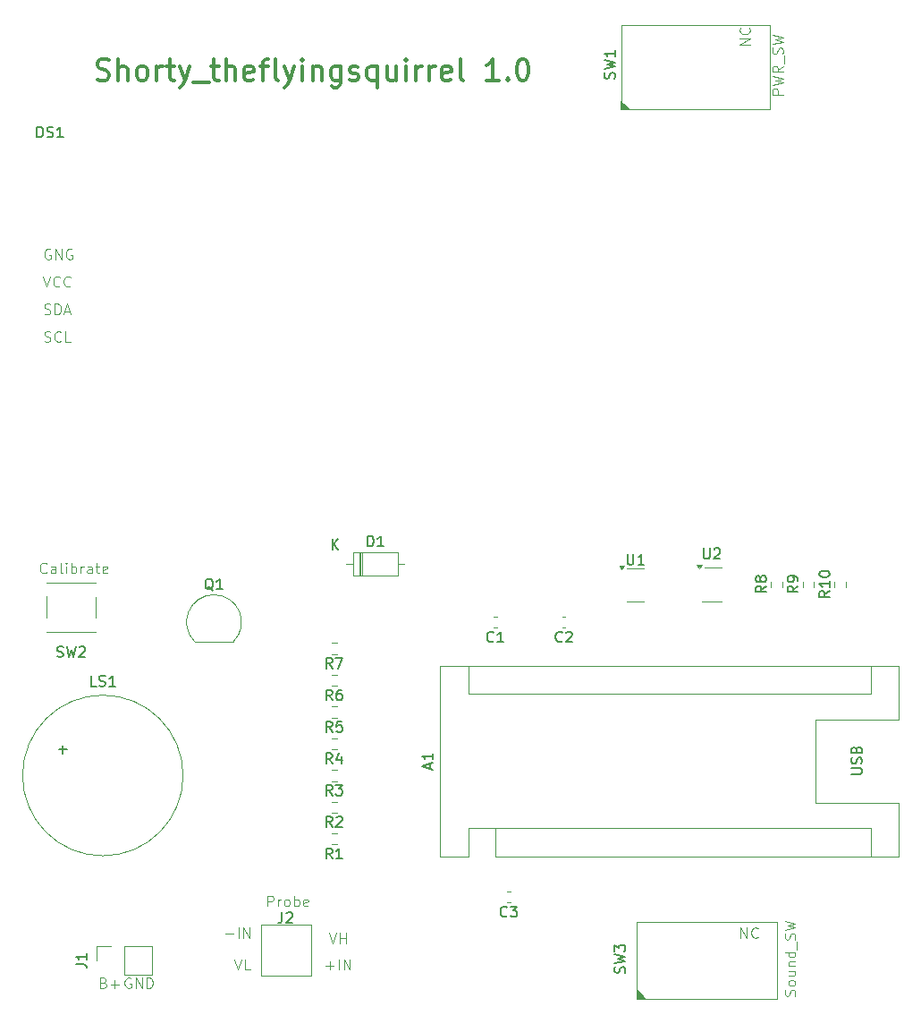
<source format=gto>
G04 #@! TF.GenerationSoftware,KiCad,Pcbnew,9.0.2*
G04 #@! TF.CreationDate,2025-06-24T21:37:24-04:00*
G04 #@! TF.ProjectId,Shortywithdisplay,53686f72-7479-4776-9974-68646973706c,rev?*
G04 #@! TF.SameCoordinates,Original*
G04 #@! TF.FileFunction,Legend,Top*
G04 #@! TF.FilePolarity,Positive*
%FSLAX46Y46*%
G04 Gerber Fmt 4.6, Leading zero omitted, Abs format (unit mm)*
G04 Created by KiCad (PCBNEW 9.0.2) date 2025-06-24 21:37:24*
%MOMM*%
%LPD*%
G01*
G04 APERTURE LIST*
%ADD10C,0.300000*%
%ADD11C,0.100000*%
%ADD12C,0.125000*%
%ADD13C,0.150000*%
%ADD14C,0.120000*%
G04 APERTURE END LIST*
D10*
X104178320Y-38644400D02*
X104464034Y-38739638D01*
X104464034Y-38739638D02*
X104940225Y-38739638D01*
X104940225Y-38739638D02*
X105130701Y-38644400D01*
X105130701Y-38644400D02*
X105225939Y-38549161D01*
X105225939Y-38549161D02*
X105321177Y-38358685D01*
X105321177Y-38358685D02*
X105321177Y-38168209D01*
X105321177Y-38168209D02*
X105225939Y-37977733D01*
X105225939Y-37977733D02*
X105130701Y-37882495D01*
X105130701Y-37882495D02*
X104940225Y-37787257D01*
X104940225Y-37787257D02*
X104559272Y-37692019D01*
X104559272Y-37692019D02*
X104368796Y-37596780D01*
X104368796Y-37596780D02*
X104273558Y-37501542D01*
X104273558Y-37501542D02*
X104178320Y-37311066D01*
X104178320Y-37311066D02*
X104178320Y-37120590D01*
X104178320Y-37120590D02*
X104273558Y-36930114D01*
X104273558Y-36930114D02*
X104368796Y-36834876D01*
X104368796Y-36834876D02*
X104559272Y-36739638D01*
X104559272Y-36739638D02*
X105035463Y-36739638D01*
X105035463Y-36739638D02*
X105321177Y-36834876D01*
X106178320Y-38739638D02*
X106178320Y-36739638D01*
X107035463Y-38739638D02*
X107035463Y-37692019D01*
X107035463Y-37692019D02*
X106940225Y-37501542D01*
X106940225Y-37501542D02*
X106749749Y-37406304D01*
X106749749Y-37406304D02*
X106464034Y-37406304D01*
X106464034Y-37406304D02*
X106273558Y-37501542D01*
X106273558Y-37501542D02*
X106178320Y-37596780D01*
X108273558Y-38739638D02*
X108083082Y-38644400D01*
X108083082Y-38644400D02*
X107987844Y-38549161D01*
X107987844Y-38549161D02*
X107892606Y-38358685D01*
X107892606Y-38358685D02*
X107892606Y-37787257D01*
X107892606Y-37787257D02*
X107987844Y-37596780D01*
X107987844Y-37596780D02*
X108083082Y-37501542D01*
X108083082Y-37501542D02*
X108273558Y-37406304D01*
X108273558Y-37406304D02*
X108559273Y-37406304D01*
X108559273Y-37406304D02*
X108749749Y-37501542D01*
X108749749Y-37501542D02*
X108844987Y-37596780D01*
X108844987Y-37596780D02*
X108940225Y-37787257D01*
X108940225Y-37787257D02*
X108940225Y-38358685D01*
X108940225Y-38358685D02*
X108844987Y-38549161D01*
X108844987Y-38549161D02*
X108749749Y-38644400D01*
X108749749Y-38644400D02*
X108559273Y-38739638D01*
X108559273Y-38739638D02*
X108273558Y-38739638D01*
X109797368Y-38739638D02*
X109797368Y-37406304D01*
X109797368Y-37787257D02*
X109892606Y-37596780D01*
X109892606Y-37596780D02*
X109987844Y-37501542D01*
X109987844Y-37501542D02*
X110178320Y-37406304D01*
X110178320Y-37406304D02*
X110368797Y-37406304D01*
X110749749Y-37406304D02*
X111511653Y-37406304D01*
X111035463Y-36739638D02*
X111035463Y-38453923D01*
X111035463Y-38453923D02*
X111130701Y-38644400D01*
X111130701Y-38644400D02*
X111321177Y-38739638D01*
X111321177Y-38739638D02*
X111511653Y-38739638D01*
X111987844Y-37406304D02*
X112464034Y-38739638D01*
X112940225Y-37406304D02*
X112464034Y-38739638D01*
X112464034Y-38739638D02*
X112273558Y-39215828D01*
X112273558Y-39215828D02*
X112178320Y-39311066D01*
X112178320Y-39311066D02*
X111987844Y-39406304D01*
X113225940Y-38930114D02*
X114749749Y-38930114D01*
X114940226Y-37406304D02*
X115702130Y-37406304D01*
X115225940Y-36739638D02*
X115225940Y-38453923D01*
X115225940Y-38453923D02*
X115321178Y-38644400D01*
X115321178Y-38644400D02*
X115511654Y-38739638D01*
X115511654Y-38739638D02*
X115702130Y-38739638D01*
X116368797Y-38739638D02*
X116368797Y-36739638D01*
X117225940Y-38739638D02*
X117225940Y-37692019D01*
X117225940Y-37692019D02*
X117130702Y-37501542D01*
X117130702Y-37501542D02*
X116940226Y-37406304D01*
X116940226Y-37406304D02*
X116654511Y-37406304D01*
X116654511Y-37406304D02*
X116464035Y-37501542D01*
X116464035Y-37501542D02*
X116368797Y-37596780D01*
X118940226Y-38644400D02*
X118749750Y-38739638D01*
X118749750Y-38739638D02*
X118368797Y-38739638D01*
X118368797Y-38739638D02*
X118178321Y-38644400D01*
X118178321Y-38644400D02*
X118083083Y-38453923D01*
X118083083Y-38453923D02*
X118083083Y-37692019D01*
X118083083Y-37692019D02*
X118178321Y-37501542D01*
X118178321Y-37501542D02*
X118368797Y-37406304D01*
X118368797Y-37406304D02*
X118749750Y-37406304D01*
X118749750Y-37406304D02*
X118940226Y-37501542D01*
X118940226Y-37501542D02*
X119035464Y-37692019D01*
X119035464Y-37692019D02*
X119035464Y-37882495D01*
X119035464Y-37882495D02*
X118083083Y-38072971D01*
X119606893Y-37406304D02*
X120368797Y-37406304D01*
X119892607Y-38739638D02*
X119892607Y-37025352D01*
X119892607Y-37025352D02*
X119987845Y-36834876D01*
X119987845Y-36834876D02*
X120178321Y-36739638D01*
X120178321Y-36739638D02*
X120368797Y-36739638D01*
X121321178Y-38739638D02*
X121130702Y-38644400D01*
X121130702Y-38644400D02*
X121035464Y-38453923D01*
X121035464Y-38453923D02*
X121035464Y-36739638D01*
X121892607Y-37406304D02*
X122368797Y-38739638D01*
X122844988Y-37406304D02*
X122368797Y-38739638D01*
X122368797Y-38739638D02*
X122178321Y-39215828D01*
X122178321Y-39215828D02*
X122083083Y-39311066D01*
X122083083Y-39311066D02*
X121892607Y-39406304D01*
X123606893Y-38739638D02*
X123606893Y-37406304D01*
X123606893Y-36739638D02*
X123511655Y-36834876D01*
X123511655Y-36834876D02*
X123606893Y-36930114D01*
X123606893Y-36930114D02*
X123702131Y-36834876D01*
X123702131Y-36834876D02*
X123606893Y-36739638D01*
X123606893Y-36739638D02*
X123606893Y-36930114D01*
X124559274Y-37406304D02*
X124559274Y-38739638D01*
X124559274Y-37596780D02*
X124654512Y-37501542D01*
X124654512Y-37501542D02*
X124844988Y-37406304D01*
X124844988Y-37406304D02*
X125130703Y-37406304D01*
X125130703Y-37406304D02*
X125321179Y-37501542D01*
X125321179Y-37501542D02*
X125416417Y-37692019D01*
X125416417Y-37692019D02*
X125416417Y-38739638D01*
X127225941Y-37406304D02*
X127225941Y-39025352D01*
X127225941Y-39025352D02*
X127130703Y-39215828D01*
X127130703Y-39215828D02*
X127035465Y-39311066D01*
X127035465Y-39311066D02*
X126844988Y-39406304D01*
X126844988Y-39406304D02*
X126559274Y-39406304D01*
X126559274Y-39406304D02*
X126368798Y-39311066D01*
X127225941Y-38644400D02*
X127035465Y-38739638D01*
X127035465Y-38739638D02*
X126654512Y-38739638D01*
X126654512Y-38739638D02*
X126464036Y-38644400D01*
X126464036Y-38644400D02*
X126368798Y-38549161D01*
X126368798Y-38549161D02*
X126273560Y-38358685D01*
X126273560Y-38358685D02*
X126273560Y-37787257D01*
X126273560Y-37787257D02*
X126368798Y-37596780D01*
X126368798Y-37596780D02*
X126464036Y-37501542D01*
X126464036Y-37501542D02*
X126654512Y-37406304D01*
X126654512Y-37406304D02*
X127035465Y-37406304D01*
X127035465Y-37406304D02*
X127225941Y-37501542D01*
X128083084Y-38644400D02*
X128273560Y-38739638D01*
X128273560Y-38739638D02*
X128654512Y-38739638D01*
X128654512Y-38739638D02*
X128844989Y-38644400D01*
X128844989Y-38644400D02*
X128940227Y-38453923D01*
X128940227Y-38453923D02*
X128940227Y-38358685D01*
X128940227Y-38358685D02*
X128844989Y-38168209D01*
X128844989Y-38168209D02*
X128654512Y-38072971D01*
X128654512Y-38072971D02*
X128368798Y-38072971D01*
X128368798Y-38072971D02*
X128178322Y-37977733D01*
X128178322Y-37977733D02*
X128083084Y-37787257D01*
X128083084Y-37787257D02*
X128083084Y-37692019D01*
X128083084Y-37692019D02*
X128178322Y-37501542D01*
X128178322Y-37501542D02*
X128368798Y-37406304D01*
X128368798Y-37406304D02*
X128654512Y-37406304D01*
X128654512Y-37406304D02*
X128844989Y-37501542D01*
X130654513Y-37406304D02*
X130654513Y-39406304D01*
X130654513Y-38644400D02*
X130464037Y-38739638D01*
X130464037Y-38739638D02*
X130083084Y-38739638D01*
X130083084Y-38739638D02*
X129892608Y-38644400D01*
X129892608Y-38644400D02*
X129797370Y-38549161D01*
X129797370Y-38549161D02*
X129702132Y-38358685D01*
X129702132Y-38358685D02*
X129702132Y-37787257D01*
X129702132Y-37787257D02*
X129797370Y-37596780D01*
X129797370Y-37596780D02*
X129892608Y-37501542D01*
X129892608Y-37501542D02*
X130083084Y-37406304D01*
X130083084Y-37406304D02*
X130464037Y-37406304D01*
X130464037Y-37406304D02*
X130654513Y-37501542D01*
X132464037Y-37406304D02*
X132464037Y-38739638D01*
X131606894Y-37406304D02*
X131606894Y-38453923D01*
X131606894Y-38453923D02*
X131702132Y-38644400D01*
X131702132Y-38644400D02*
X131892608Y-38739638D01*
X131892608Y-38739638D02*
X132178323Y-38739638D01*
X132178323Y-38739638D02*
X132368799Y-38644400D01*
X132368799Y-38644400D02*
X132464037Y-38549161D01*
X133416418Y-38739638D02*
X133416418Y-37406304D01*
X133416418Y-36739638D02*
X133321180Y-36834876D01*
X133321180Y-36834876D02*
X133416418Y-36930114D01*
X133416418Y-36930114D02*
X133511656Y-36834876D01*
X133511656Y-36834876D02*
X133416418Y-36739638D01*
X133416418Y-36739638D02*
X133416418Y-36930114D01*
X134368799Y-38739638D02*
X134368799Y-37406304D01*
X134368799Y-37787257D02*
X134464037Y-37596780D01*
X134464037Y-37596780D02*
X134559275Y-37501542D01*
X134559275Y-37501542D02*
X134749751Y-37406304D01*
X134749751Y-37406304D02*
X134940228Y-37406304D01*
X135606894Y-38739638D02*
X135606894Y-37406304D01*
X135606894Y-37787257D02*
X135702132Y-37596780D01*
X135702132Y-37596780D02*
X135797370Y-37501542D01*
X135797370Y-37501542D02*
X135987846Y-37406304D01*
X135987846Y-37406304D02*
X136178323Y-37406304D01*
X137606894Y-38644400D02*
X137416418Y-38739638D01*
X137416418Y-38739638D02*
X137035465Y-38739638D01*
X137035465Y-38739638D02*
X136844989Y-38644400D01*
X136844989Y-38644400D02*
X136749751Y-38453923D01*
X136749751Y-38453923D02*
X136749751Y-37692019D01*
X136749751Y-37692019D02*
X136844989Y-37501542D01*
X136844989Y-37501542D02*
X137035465Y-37406304D01*
X137035465Y-37406304D02*
X137416418Y-37406304D01*
X137416418Y-37406304D02*
X137606894Y-37501542D01*
X137606894Y-37501542D02*
X137702132Y-37692019D01*
X137702132Y-37692019D02*
X137702132Y-37882495D01*
X137702132Y-37882495D02*
X136749751Y-38072971D01*
X138844989Y-38739638D02*
X138654513Y-38644400D01*
X138654513Y-38644400D02*
X138559275Y-38453923D01*
X138559275Y-38453923D02*
X138559275Y-36739638D01*
X142178323Y-38739638D02*
X141035466Y-38739638D01*
X141606894Y-38739638D02*
X141606894Y-36739638D01*
X141606894Y-36739638D02*
X141416418Y-37025352D01*
X141416418Y-37025352D02*
X141225942Y-37215828D01*
X141225942Y-37215828D02*
X141035466Y-37311066D01*
X143035466Y-38549161D02*
X143130704Y-38644400D01*
X143130704Y-38644400D02*
X143035466Y-38739638D01*
X143035466Y-38739638D02*
X142940228Y-38644400D01*
X142940228Y-38644400D02*
X143035466Y-38549161D01*
X143035466Y-38549161D02*
X143035466Y-38739638D01*
X144368799Y-36739638D02*
X144559276Y-36739638D01*
X144559276Y-36739638D02*
X144749752Y-36834876D01*
X144749752Y-36834876D02*
X144844990Y-36930114D01*
X144844990Y-36930114D02*
X144940228Y-37120590D01*
X144940228Y-37120590D02*
X145035466Y-37501542D01*
X145035466Y-37501542D02*
X145035466Y-37977733D01*
X145035466Y-37977733D02*
X144940228Y-38358685D01*
X144940228Y-38358685D02*
X144844990Y-38549161D01*
X144844990Y-38549161D02*
X144749752Y-38644400D01*
X144749752Y-38644400D02*
X144559276Y-38739638D01*
X144559276Y-38739638D02*
X144368799Y-38739638D01*
X144368799Y-38739638D02*
X144178323Y-38644400D01*
X144178323Y-38644400D02*
X144083085Y-38549161D01*
X144083085Y-38549161D02*
X143987847Y-38358685D01*
X143987847Y-38358685D02*
X143892609Y-37977733D01*
X143892609Y-37977733D02*
X143892609Y-37501542D01*
X143892609Y-37501542D02*
X143987847Y-37120590D01*
X143987847Y-37120590D02*
X144083085Y-36930114D01*
X144083085Y-36930114D02*
X144178323Y-36834876D01*
X144178323Y-36834876D02*
X144368799Y-36739638D01*
D11*
X126161027Y-119372419D02*
X126494360Y-120372419D01*
X126494360Y-120372419D02*
X126827693Y-119372419D01*
X127161027Y-120372419D02*
X127161027Y-119372419D01*
X127161027Y-119848609D02*
X127732455Y-119848609D01*
X127732455Y-120372419D02*
X127732455Y-119372419D01*
X125803884Y-122491466D02*
X126565789Y-122491466D01*
X126184836Y-122872419D02*
X126184836Y-122110514D01*
X127041979Y-122872419D02*
X127041979Y-121872419D01*
X127518169Y-122872419D02*
X127518169Y-121872419D01*
X127518169Y-121872419D02*
X128089597Y-122872419D01*
X128089597Y-122872419D02*
X128089597Y-121872419D01*
X120303884Y-116872419D02*
X120303884Y-115872419D01*
X120303884Y-115872419D02*
X120684836Y-115872419D01*
X120684836Y-115872419D02*
X120780074Y-115920038D01*
X120780074Y-115920038D02*
X120827693Y-115967657D01*
X120827693Y-115967657D02*
X120875312Y-116062895D01*
X120875312Y-116062895D02*
X120875312Y-116205752D01*
X120875312Y-116205752D02*
X120827693Y-116300990D01*
X120827693Y-116300990D02*
X120780074Y-116348609D01*
X120780074Y-116348609D02*
X120684836Y-116396228D01*
X120684836Y-116396228D02*
X120303884Y-116396228D01*
X121303884Y-116872419D02*
X121303884Y-116205752D01*
X121303884Y-116396228D02*
X121351503Y-116300990D01*
X121351503Y-116300990D02*
X121399122Y-116253371D01*
X121399122Y-116253371D02*
X121494360Y-116205752D01*
X121494360Y-116205752D02*
X121589598Y-116205752D01*
X122065789Y-116872419D02*
X121970551Y-116824800D01*
X121970551Y-116824800D02*
X121922932Y-116777180D01*
X121922932Y-116777180D02*
X121875313Y-116681942D01*
X121875313Y-116681942D02*
X121875313Y-116396228D01*
X121875313Y-116396228D02*
X121922932Y-116300990D01*
X121922932Y-116300990D02*
X121970551Y-116253371D01*
X121970551Y-116253371D02*
X122065789Y-116205752D01*
X122065789Y-116205752D02*
X122208646Y-116205752D01*
X122208646Y-116205752D02*
X122303884Y-116253371D01*
X122303884Y-116253371D02*
X122351503Y-116300990D01*
X122351503Y-116300990D02*
X122399122Y-116396228D01*
X122399122Y-116396228D02*
X122399122Y-116681942D01*
X122399122Y-116681942D02*
X122351503Y-116777180D01*
X122351503Y-116777180D02*
X122303884Y-116824800D01*
X122303884Y-116824800D02*
X122208646Y-116872419D01*
X122208646Y-116872419D02*
X122065789Y-116872419D01*
X122827694Y-116872419D02*
X122827694Y-115872419D01*
X122827694Y-116253371D02*
X122922932Y-116205752D01*
X122922932Y-116205752D02*
X123113408Y-116205752D01*
X123113408Y-116205752D02*
X123208646Y-116253371D01*
X123208646Y-116253371D02*
X123256265Y-116300990D01*
X123256265Y-116300990D02*
X123303884Y-116396228D01*
X123303884Y-116396228D02*
X123303884Y-116681942D01*
X123303884Y-116681942D02*
X123256265Y-116777180D01*
X123256265Y-116777180D02*
X123208646Y-116824800D01*
X123208646Y-116824800D02*
X123113408Y-116872419D01*
X123113408Y-116872419D02*
X122922932Y-116872419D01*
X122922932Y-116872419D02*
X122827694Y-116824800D01*
X124113408Y-116824800D02*
X124018170Y-116872419D01*
X124018170Y-116872419D02*
X123827694Y-116872419D01*
X123827694Y-116872419D02*
X123732456Y-116824800D01*
X123732456Y-116824800D02*
X123684837Y-116729561D01*
X123684837Y-116729561D02*
X123684837Y-116348609D01*
X123684837Y-116348609D02*
X123732456Y-116253371D01*
X123732456Y-116253371D02*
X123827694Y-116205752D01*
X123827694Y-116205752D02*
X124018170Y-116205752D01*
X124018170Y-116205752D02*
X124113408Y-116253371D01*
X124113408Y-116253371D02*
X124161027Y-116348609D01*
X124161027Y-116348609D02*
X124161027Y-116443847D01*
X124161027Y-116443847D02*
X123684837Y-116539085D01*
D12*
X107344140Y-123668738D02*
X107248902Y-123621119D01*
X107248902Y-123621119D02*
X107106045Y-123621119D01*
X107106045Y-123621119D02*
X106963188Y-123668738D01*
X106963188Y-123668738D02*
X106867950Y-123763976D01*
X106867950Y-123763976D02*
X106820331Y-123859214D01*
X106820331Y-123859214D02*
X106772712Y-124049690D01*
X106772712Y-124049690D02*
X106772712Y-124192547D01*
X106772712Y-124192547D02*
X106820331Y-124383023D01*
X106820331Y-124383023D02*
X106867950Y-124478261D01*
X106867950Y-124478261D02*
X106963188Y-124573500D01*
X106963188Y-124573500D02*
X107106045Y-124621119D01*
X107106045Y-124621119D02*
X107201283Y-124621119D01*
X107201283Y-124621119D02*
X107344140Y-124573500D01*
X107344140Y-124573500D02*
X107391759Y-124525880D01*
X107391759Y-124525880D02*
X107391759Y-124192547D01*
X107391759Y-124192547D02*
X107201283Y-124192547D01*
X107820331Y-124621119D02*
X107820331Y-123621119D01*
X107820331Y-123621119D02*
X108391759Y-124621119D01*
X108391759Y-124621119D02*
X108391759Y-123621119D01*
X108867950Y-124621119D02*
X108867950Y-123621119D01*
X108867950Y-123621119D02*
X109106045Y-123621119D01*
X109106045Y-123621119D02*
X109248902Y-123668738D01*
X109248902Y-123668738D02*
X109344140Y-123763976D01*
X109344140Y-123763976D02*
X109391759Y-123859214D01*
X109391759Y-123859214D02*
X109439378Y-124049690D01*
X109439378Y-124049690D02*
X109439378Y-124192547D01*
X109439378Y-124192547D02*
X109391759Y-124383023D01*
X109391759Y-124383023D02*
X109344140Y-124478261D01*
X109344140Y-124478261D02*
X109248902Y-124573500D01*
X109248902Y-124573500D02*
X109106045Y-124621119D01*
X109106045Y-124621119D02*
X108867950Y-124621119D01*
D11*
X116303884Y-119491466D02*
X117065789Y-119491466D01*
X117541979Y-119872419D02*
X117541979Y-118872419D01*
X118018169Y-119872419D02*
X118018169Y-118872419D01*
X118018169Y-118872419D02*
X118589597Y-119872419D01*
X118589597Y-119872419D02*
X118589597Y-118872419D01*
X117161027Y-121872419D02*
X117494360Y-122872419D01*
X117494360Y-122872419D02*
X117827693Y-121872419D01*
X118637217Y-122872419D02*
X118161027Y-122872419D01*
X118161027Y-122872419D02*
X118161027Y-121872419D01*
X99375312Y-85277180D02*
X99327693Y-85324800D01*
X99327693Y-85324800D02*
X99184836Y-85372419D01*
X99184836Y-85372419D02*
X99089598Y-85372419D01*
X99089598Y-85372419D02*
X98946741Y-85324800D01*
X98946741Y-85324800D02*
X98851503Y-85229561D01*
X98851503Y-85229561D02*
X98803884Y-85134323D01*
X98803884Y-85134323D02*
X98756265Y-84943847D01*
X98756265Y-84943847D02*
X98756265Y-84800990D01*
X98756265Y-84800990D02*
X98803884Y-84610514D01*
X98803884Y-84610514D02*
X98851503Y-84515276D01*
X98851503Y-84515276D02*
X98946741Y-84420038D01*
X98946741Y-84420038D02*
X99089598Y-84372419D01*
X99089598Y-84372419D02*
X99184836Y-84372419D01*
X99184836Y-84372419D02*
X99327693Y-84420038D01*
X99327693Y-84420038D02*
X99375312Y-84467657D01*
X100232455Y-85372419D02*
X100232455Y-84848609D01*
X100232455Y-84848609D02*
X100184836Y-84753371D01*
X100184836Y-84753371D02*
X100089598Y-84705752D01*
X100089598Y-84705752D02*
X99899122Y-84705752D01*
X99899122Y-84705752D02*
X99803884Y-84753371D01*
X100232455Y-85324800D02*
X100137217Y-85372419D01*
X100137217Y-85372419D02*
X99899122Y-85372419D01*
X99899122Y-85372419D02*
X99803884Y-85324800D01*
X99803884Y-85324800D02*
X99756265Y-85229561D01*
X99756265Y-85229561D02*
X99756265Y-85134323D01*
X99756265Y-85134323D02*
X99803884Y-85039085D01*
X99803884Y-85039085D02*
X99899122Y-84991466D01*
X99899122Y-84991466D02*
X100137217Y-84991466D01*
X100137217Y-84991466D02*
X100232455Y-84943847D01*
X100851503Y-85372419D02*
X100756265Y-85324800D01*
X100756265Y-85324800D02*
X100708646Y-85229561D01*
X100708646Y-85229561D02*
X100708646Y-84372419D01*
X101232456Y-85372419D02*
X101232456Y-84705752D01*
X101232456Y-84372419D02*
X101184837Y-84420038D01*
X101184837Y-84420038D02*
X101232456Y-84467657D01*
X101232456Y-84467657D02*
X101280075Y-84420038D01*
X101280075Y-84420038D02*
X101232456Y-84372419D01*
X101232456Y-84372419D02*
X101232456Y-84467657D01*
X101708646Y-85372419D02*
X101708646Y-84372419D01*
X101708646Y-84753371D02*
X101803884Y-84705752D01*
X101803884Y-84705752D02*
X101994360Y-84705752D01*
X101994360Y-84705752D02*
X102089598Y-84753371D01*
X102089598Y-84753371D02*
X102137217Y-84800990D01*
X102137217Y-84800990D02*
X102184836Y-84896228D01*
X102184836Y-84896228D02*
X102184836Y-85181942D01*
X102184836Y-85181942D02*
X102137217Y-85277180D01*
X102137217Y-85277180D02*
X102089598Y-85324800D01*
X102089598Y-85324800D02*
X101994360Y-85372419D01*
X101994360Y-85372419D02*
X101803884Y-85372419D01*
X101803884Y-85372419D02*
X101708646Y-85324800D01*
X102613408Y-85372419D02*
X102613408Y-84705752D01*
X102613408Y-84896228D02*
X102661027Y-84800990D01*
X102661027Y-84800990D02*
X102708646Y-84753371D01*
X102708646Y-84753371D02*
X102803884Y-84705752D01*
X102803884Y-84705752D02*
X102899122Y-84705752D01*
X103661027Y-85372419D02*
X103661027Y-84848609D01*
X103661027Y-84848609D02*
X103613408Y-84753371D01*
X103613408Y-84753371D02*
X103518170Y-84705752D01*
X103518170Y-84705752D02*
X103327694Y-84705752D01*
X103327694Y-84705752D02*
X103232456Y-84753371D01*
X103661027Y-85324800D02*
X103565789Y-85372419D01*
X103565789Y-85372419D02*
X103327694Y-85372419D01*
X103327694Y-85372419D02*
X103232456Y-85324800D01*
X103232456Y-85324800D02*
X103184837Y-85229561D01*
X103184837Y-85229561D02*
X103184837Y-85134323D01*
X103184837Y-85134323D02*
X103232456Y-85039085D01*
X103232456Y-85039085D02*
X103327694Y-84991466D01*
X103327694Y-84991466D02*
X103565789Y-84991466D01*
X103565789Y-84991466D02*
X103661027Y-84943847D01*
X103994361Y-84705752D02*
X104375313Y-84705752D01*
X104137218Y-84372419D02*
X104137218Y-85229561D01*
X104137218Y-85229561D02*
X104184837Y-85324800D01*
X104184837Y-85324800D02*
X104280075Y-85372419D01*
X104280075Y-85372419D02*
X104375313Y-85372419D01*
X105089599Y-85324800D02*
X104994361Y-85372419D01*
X104994361Y-85372419D02*
X104803885Y-85372419D01*
X104803885Y-85372419D02*
X104708647Y-85324800D01*
X104708647Y-85324800D02*
X104661028Y-85229561D01*
X104661028Y-85229561D02*
X104661028Y-84848609D01*
X104661028Y-84848609D02*
X104708647Y-84753371D01*
X104708647Y-84753371D02*
X104803885Y-84705752D01*
X104803885Y-84705752D02*
X104994361Y-84705752D01*
X104994361Y-84705752D02*
X105089599Y-84753371D01*
X105089599Y-84753371D02*
X105137218Y-84848609D01*
X105137218Y-84848609D02*
X105137218Y-84943847D01*
X105137218Y-84943847D02*
X104661028Y-85039085D01*
X104767217Y-124098609D02*
X104910074Y-124146228D01*
X104910074Y-124146228D02*
X104957693Y-124193847D01*
X104957693Y-124193847D02*
X105005312Y-124289085D01*
X105005312Y-124289085D02*
X105005312Y-124431942D01*
X105005312Y-124431942D02*
X104957693Y-124527180D01*
X104957693Y-124527180D02*
X104910074Y-124574800D01*
X104910074Y-124574800D02*
X104814836Y-124622419D01*
X104814836Y-124622419D02*
X104433884Y-124622419D01*
X104433884Y-124622419D02*
X104433884Y-123622419D01*
X104433884Y-123622419D02*
X104767217Y-123622419D01*
X104767217Y-123622419D02*
X104862455Y-123670038D01*
X104862455Y-123670038D02*
X104910074Y-123717657D01*
X104910074Y-123717657D02*
X104957693Y-123812895D01*
X104957693Y-123812895D02*
X104957693Y-123908133D01*
X104957693Y-123908133D02*
X104910074Y-124003371D01*
X104910074Y-124003371D02*
X104862455Y-124050990D01*
X104862455Y-124050990D02*
X104767217Y-124098609D01*
X104767217Y-124098609D02*
X104433884Y-124098609D01*
X105433884Y-124241466D02*
X106195789Y-124241466D01*
X105814836Y-124622419D02*
X105814836Y-123860514D01*
D13*
X100366667Y-93247200D02*
X100509524Y-93294819D01*
X100509524Y-93294819D02*
X100747619Y-93294819D01*
X100747619Y-93294819D02*
X100842857Y-93247200D01*
X100842857Y-93247200D02*
X100890476Y-93199580D01*
X100890476Y-93199580D02*
X100938095Y-93104342D01*
X100938095Y-93104342D02*
X100938095Y-93009104D01*
X100938095Y-93009104D02*
X100890476Y-92913866D01*
X100890476Y-92913866D02*
X100842857Y-92866247D01*
X100842857Y-92866247D02*
X100747619Y-92818628D01*
X100747619Y-92818628D02*
X100557143Y-92771009D01*
X100557143Y-92771009D02*
X100461905Y-92723390D01*
X100461905Y-92723390D02*
X100414286Y-92675771D01*
X100414286Y-92675771D02*
X100366667Y-92580533D01*
X100366667Y-92580533D02*
X100366667Y-92485295D01*
X100366667Y-92485295D02*
X100414286Y-92390057D01*
X100414286Y-92390057D02*
X100461905Y-92342438D01*
X100461905Y-92342438D02*
X100557143Y-92294819D01*
X100557143Y-92294819D02*
X100795238Y-92294819D01*
X100795238Y-92294819D02*
X100938095Y-92342438D01*
X101271429Y-92294819D02*
X101509524Y-93294819D01*
X101509524Y-93294819D02*
X101700000Y-92580533D01*
X101700000Y-92580533D02*
X101890476Y-93294819D01*
X101890476Y-93294819D02*
X102128572Y-92294819D01*
X102461905Y-92390057D02*
X102509524Y-92342438D01*
X102509524Y-92342438D02*
X102604762Y-92294819D01*
X102604762Y-92294819D02*
X102842857Y-92294819D01*
X102842857Y-92294819D02*
X102938095Y-92342438D01*
X102938095Y-92342438D02*
X102985714Y-92390057D01*
X102985714Y-92390057D02*
X103033333Y-92485295D01*
X103033333Y-92485295D02*
X103033333Y-92580533D01*
X103033333Y-92580533D02*
X102985714Y-92723390D01*
X102985714Y-92723390D02*
X102414286Y-93294819D01*
X102414286Y-93294819D02*
X103033333Y-93294819D01*
X167524819Y-86579166D02*
X167048628Y-86912499D01*
X167524819Y-87150594D02*
X166524819Y-87150594D01*
X166524819Y-87150594D02*
X166524819Y-86769642D01*
X166524819Y-86769642D02*
X166572438Y-86674404D01*
X166572438Y-86674404D02*
X166620057Y-86626785D01*
X166620057Y-86626785D02*
X166715295Y-86579166D01*
X166715295Y-86579166D02*
X166858152Y-86579166D01*
X166858152Y-86579166D02*
X166953390Y-86626785D01*
X166953390Y-86626785D02*
X167001009Y-86674404D01*
X167001009Y-86674404D02*
X167048628Y-86769642D01*
X167048628Y-86769642D02*
X167048628Y-87150594D01*
X166953390Y-86007737D02*
X166905771Y-86102975D01*
X166905771Y-86102975D02*
X166858152Y-86150594D01*
X166858152Y-86150594D02*
X166762914Y-86198213D01*
X166762914Y-86198213D02*
X166715295Y-86198213D01*
X166715295Y-86198213D02*
X166620057Y-86150594D01*
X166620057Y-86150594D02*
X166572438Y-86102975D01*
X166572438Y-86102975D02*
X166524819Y-86007737D01*
X166524819Y-86007737D02*
X166524819Y-85817261D01*
X166524819Y-85817261D02*
X166572438Y-85722023D01*
X166572438Y-85722023D02*
X166620057Y-85674404D01*
X166620057Y-85674404D02*
X166715295Y-85626785D01*
X166715295Y-85626785D02*
X166762914Y-85626785D01*
X166762914Y-85626785D02*
X166858152Y-85674404D01*
X166858152Y-85674404D02*
X166905771Y-85722023D01*
X166905771Y-85722023D02*
X166953390Y-85817261D01*
X166953390Y-85817261D02*
X166953390Y-86007737D01*
X166953390Y-86007737D02*
X167001009Y-86102975D01*
X167001009Y-86102975D02*
X167048628Y-86150594D01*
X167048628Y-86150594D02*
X167143866Y-86198213D01*
X167143866Y-86198213D02*
X167334342Y-86198213D01*
X167334342Y-86198213D02*
X167429580Y-86150594D01*
X167429580Y-86150594D02*
X167477200Y-86102975D01*
X167477200Y-86102975D02*
X167524819Y-86007737D01*
X167524819Y-86007737D02*
X167524819Y-85817261D01*
X167524819Y-85817261D02*
X167477200Y-85722023D01*
X167477200Y-85722023D02*
X167429580Y-85674404D01*
X167429580Y-85674404D02*
X167334342Y-85626785D01*
X167334342Y-85626785D02*
X167143866Y-85626785D01*
X167143866Y-85626785D02*
X167048628Y-85674404D01*
X167048628Y-85674404D02*
X167001009Y-85722023D01*
X167001009Y-85722023D02*
X166953390Y-85817261D01*
X115134761Y-86990057D02*
X115039523Y-86942438D01*
X115039523Y-86942438D02*
X114944285Y-86847200D01*
X114944285Y-86847200D02*
X114801428Y-86704342D01*
X114801428Y-86704342D02*
X114706190Y-86656723D01*
X114706190Y-86656723D02*
X114610952Y-86656723D01*
X114658571Y-86894819D02*
X114563333Y-86847200D01*
X114563333Y-86847200D02*
X114468095Y-86751961D01*
X114468095Y-86751961D02*
X114420476Y-86561485D01*
X114420476Y-86561485D02*
X114420476Y-86228152D01*
X114420476Y-86228152D02*
X114468095Y-86037676D01*
X114468095Y-86037676D02*
X114563333Y-85942438D01*
X114563333Y-85942438D02*
X114658571Y-85894819D01*
X114658571Y-85894819D02*
X114849047Y-85894819D01*
X114849047Y-85894819D02*
X114944285Y-85942438D01*
X114944285Y-85942438D02*
X115039523Y-86037676D01*
X115039523Y-86037676D02*
X115087142Y-86228152D01*
X115087142Y-86228152D02*
X115087142Y-86561485D01*
X115087142Y-86561485D02*
X115039523Y-86751961D01*
X115039523Y-86751961D02*
X114944285Y-86847200D01*
X114944285Y-86847200D02*
X114849047Y-86894819D01*
X114849047Y-86894819D02*
X114658571Y-86894819D01*
X116039523Y-86894819D02*
X115468095Y-86894819D01*
X115753809Y-86894819D02*
X115753809Y-85894819D01*
X115753809Y-85894819D02*
X115658571Y-86037676D01*
X115658571Y-86037676D02*
X115563333Y-86132914D01*
X115563333Y-86132914D02*
X115468095Y-86180533D01*
X148195833Y-91789580D02*
X148148214Y-91837200D01*
X148148214Y-91837200D02*
X148005357Y-91884819D01*
X148005357Y-91884819D02*
X147910119Y-91884819D01*
X147910119Y-91884819D02*
X147767262Y-91837200D01*
X147767262Y-91837200D02*
X147672024Y-91741961D01*
X147672024Y-91741961D02*
X147624405Y-91646723D01*
X147624405Y-91646723D02*
X147576786Y-91456247D01*
X147576786Y-91456247D02*
X147576786Y-91313390D01*
X147576786Y-91313390D02*
X147624405Y-91122914D01*
X147624405Y-91122914D02*
X147672024Y-91027676D01*
X147672024Y-91027676D02*
X147767262Y-90932438D01*
X147767262Y-90932438D02*
X147910119Y-90884819D01*
X147910119Y-90884819D02*
X148005357Y-90884819D01*
X148005357Y-90884819D02*
X148148214Y-90932438D01*
X148148214Y-90932438D02*
X148195833Y-90980057D01*
X148576786Y-90980057D02*
X148624405Y-90932438D01*
X148624405Y-90932438D02*
X148719643Y-90884819D01*
X148719643Y-90884819D02*
X148957738Y-90884819D01*
X148957738Y-90884819D02*
X149052976Y-90932438D01*
X149052976Y-90932438D02*
X149100595Y-90980057D01*
X149100595Y-90980057D02*
X149148214Y-91075295D01*
X149148214Y-91075295D02*
X149148214Y-91170533D01*
X149148214Y-91170533D02*
X149100595Y-91313390D01*
X149100595Y-91313390D02*
X148529167Y-91884819D01*
X148529167Y-91884819D02*
X149148214Y-91884819D01*
X170524819Y-86579166D02*
X170048628Y-86912499D01*
X170524819Y-87150594D02*
X169524819Y-87150594D01*
X169524819Y-87150594D02*
X169524819Y-86769642D01*
X169524819Y-86769642D02*
X169572438Y-86674404D01*
X169572438Y-86674404D02*
X169620057Y-86626785D01*
X169620057Y-86626785D02*
X169715295Y-86579166D01*
X169715295Y-86579166D02*
X169858152Y-86579166D01*
X169858152Y-86579166D02*
X169953390Y-86626785D01*
X169953390Y-86626785D02*
X170001009Y-86674404D01*
X170001009Y-86674404D02*
X170048628Y-86769642D01*
X170048628Y-86769642D02*
X170048628Y-87150594D01*
X170524819Y-86102975D02*
X170524819Y-85912499D01*
X170524819Y-85912499D02*
X170477200Y-85817261D01*
X170477200Y-85817261D02*
X170429580Y-85769642D01*
X170429580Y-85769642D02*
X170286723Y-85674404D01*
X170286723Y-85674404D02*
X170096247Y-85626785D01*
X170096247Y-85626785D02*
X169715295Y-85626785D01*
X169715295Y-85626785D02*
X169620057Y-85674404D01*
X169620057Y-85674404D02*
X169572438Y-85722023D01*
X169572438Y-85722023D02*
X169524819Y-85817261D01*
X169524819Y-85817261D02*
X169524819Y-86007737D01*
X169524819Y-86007737D02*
X169572438Y-86102975D01*
X169572438Y-86102975D02*
X169620057Y-86150594D01*
X169620057Y-86150594D02*
X169715295Y-86198213D01*
X169715295Y-86198213D02*
X169953390Y-86198213D01*
X169953390Y-86198213D02*
X170048628Y-86150594D01*
X170048628Y-86150594D02*
X170096247Y-86102975D01*
X170096247Y-86102975D02*
X170143866Y-86007737D01*
X170143866Y-86007737D02*
X170143866Y-85817261D01*
X170143866Y-85817261D02*
X170096247Y-85722023D01*
X170096247Y-85722023D02*
X170048628Y-85674404D01*
X170048628Y-85674404D02*
X169953390Y-85626785D01*
X154107200Y-123183332D02*
X154154819Y-123040475D01*
X154154819Y-123040475D02*
X154154819Y-122802380D01*
X154154819Y-122802380D02*
X154107200Y-122707142D01*
X154107200Y-122707142D02*
X154059580Y-122659523D01*
X154059580Y-122659523D02*
X153964342Y-122611904D01*
X153964342Y-122611904D02*
X153869104Y-122611904D01*
X153869104Y-122611904D02*
X153773866Y-122659523D01*
X153773866Y-122659523D02*
X153726247Y-122707142D01*
X153726247Y-122707142D02*
X153678628Y-122802380D01*
X153678628Y-122802380D02*
X153631009Y-122992856D01*
X153631009Y-122992856D02*
X153583390Y-123088094D01*
X153583390Y-123088094D02*
X153535771Y-123135713D01*
X153535771Y-123135713D02*
X153440533Y-123183332D01*
X153440533Y-123183332D02*
X153345295Y-123183332D01*
X153345295Y-123183332D02*
X153250057Y-123135713D01*
X153250057Y-123135713D02*
X153202438Y-123088094D01*
X153202438Y-123088094D02*
X153154819Y-122992856D01*
X153154819Y-122992856D02*
X153154819Y-122754761D01*
X153154819Y-122754761D02*
X153202438Y-122611904D01*
X153154819Y-122278570D02*
X154154819Y-122040475D01*
X154154819Y-122040475D02*
X153440533Y-121849999D01*
X153440533Y-121849999D02*
X154154819Y-121659523D01*
X154154819Y-121659523D02*
X153154819Y-121421428D01*
X153154819Y-121135713D02*
X153154819Y-120516666D01*
X153154819Y-120516666D02*
X153535771Y-120849999D01*
X153535771Y-120849999D02*
X153535771Y-120707142D01*
X153535771Y-120707142D02*
X153583390Y-120611904D01*
X153583390Y-120611904D02*
X153631009Y-120564285D01*
X153631009Y-120564285D02*
X153726247Y-120516666D01*
X153726247Y-120516666D02*
X153964342Y-120516666D01*
X153964342Y-120516666D02*
X154059580Y-120564285D01*
X154059580Y-120564285D02*
X154107200Y-120611904D01*
X154107200Y-120611904D02*
X154154819Y-120707142D01*
X154154819Y-120707142D02*
X154154819Y-120992856D01*
X154154819Y-120992856D02*
X154107200Y-121088094D01*
X154107200Y-121088094D02*
X154059580Y-121135713D01*
D11*
X165103884Y-119872419D02*
X165103884Y-118872419D01*
X165103884Y-118872419D02*
X165675312Y-119872419D01*
X165675312Y-119872419D02*
X165675312Y-118872419D01*
X166722931Y-119777180D02*
X166675312Y-119824800D01*
X166675312Y-119824800D02*
X166532455Y-119872419D01*
X166532455Y-119872419D02*
X166437217Y-119872419D01*
X166437217Y-119872419D02*
X166294360Y-119824800D01*
X166294360Y-119824800D02*
X166199122Y-119729561D01*
X166199122Y-119729561D02*
X166151503Y-119634323D01*
X166151503Y-119634323D02*
X166103884Y-119443847D01*
X166103884Y-119443847D02*
X166103884Y-119300990D01*
X166103884Y-119300990D02*
X166151503Y-119110514D01*
X166151503Y-119110514D02*
X166199122Y-119015276D01*
X166199122Y-119015276D02*
X166294360Y-118920038D01*
X166294360Y-118920038D02*
X166437217Y-118872419D01*
X166437217Y-118872419D02*
X166532455Y-118872419D01*
X166532455Y-118872419D02*
X166675312Y-118920038D01*
X166675312Y-118920038D02*
X166722931Y-118967657D01*
X170224800Y-125343734D02*
X170272419Y-125200877D01*
X170272419Y-125200877D02*
X170272419Y-124962782D01*
X170272419Y-124962782D02*
X170224800Y-124867544D01*
X170224800Y-124867544D02*
X170177180Y-124819925D01*
X170177180Y-124819925D02*
X170081942Y-124772306D01*
X170081942Y-124772306D02*
X169986704Y-124772306D01*
X169986704Y-124772306D02*
X169891466Y-124819925D01*
X169891466Y-124819925D02*
X169843847Y-124867544D01*
X169843847Y-124867544D02*
X169796228Y-124962782D01*
X169796228Y-124962782D02*
X169748609Y-125153258D01*
X169748609Y-125153258D02*
X169700990Y-125248496D01*
X169700990Y-125248496D02*
X169653371Y-125296115D01*
X169653371Y-125296115D02*
X169558133Y-125343734D01*
X169558133Y-125343734D02*
X169462895Y-125343734D01*
X169462895Y-125343734D02*
X169367657Y-125296115D01*
X169367657Y-125296115D02*
X169320038Y-125248496D01*
X169320038Y-125248496D02*
X169272419Y-125153258D01*
X169272419Y-125153258D02*
X169272419Y-124915163D01*
X169272419Y-124915163D02*
X169320038Y-124772306D01*
X170272419Y-124200877D02*
X170224800Y-124296115D01*
X170224800Y-124296115D02*
X170177180Y-124343734D01*
X170177180Y-124343734D02*
X170081942Y-124391353D01*
X170081942Y-124391353D02*
X169796228Y-124391353D01*
X169796228Y-124391353D02*
X169700990Y-124343734D01*
X169700990Y-124343734D02*
X169653371Y-124296115D01*
X169653371Y-124296115D02*
X169605752Y-124200877D01*
X169605752Y-124200877D02*
X169605752Y-124058020D01*
X169605752Y-124058020D02*
X169653371Y-123962782D01*
X169653371Y-123962782D02*
X169700990Y-123915163D01*
X169700990Y-123915163D02*
X169796228Y-123867544D01*
X169796228Y-123867544D02*
X170081942Y-123867544D01*
X170081942Y-123867544D02*
X170177180Y-123915163D01*
X170177180Y-123915163D02*
X170224800Y-123962782D01*
X170224800Y-123962782D02*
X170272419Y-124058020D01*
X170272419Y-124058020D02*
X170272419Y-124200877D01*
X169605752Y-123010401D02*
X170272419Y-123010401D01*
X169605752Y-123438972D02*
X170129561Y-123438972D01*
X170129561Y-123438972D02*
X170224800Y-123391353D01*
X170224800Y-123391353D02*
X170272419Y-123296115D01*
X170272419Y-123296115D02*
X170272419Y-123153258D01*
X170272419Y-123153258D02*
X170224800Y-123058020D01*
X170224800Y-123058020D02*
X170177180Y-123010401D01*
X169605752Y-122534210D02*
X170272419Y-122534210D01*
X169700990Y-122534210D02*
X169653371Y-122486591D01*
X169653371Y-122486591D02*
X169605752Y-122391353D01*
X169605752Y-122391353D02*
X169605752Y-122248496D01*
X169605752Y-122248496D02*
X169653371Y-122153258D01*
X169653371Y-122153258D02*
X169748609Y-122105639D01*
X169748609Y-122105639D02*
X170272419Y-122105639D01*
X170272419Y-121200877D02*
X169272419Y-121200877D01*
X170224800Y-121200877D02*
X170272419Y-121296115D01*
X170272419Y-121296115D02*
X170272419Y-121486591D01*
X170272419Y-121486591D02*
X170224800Y-121581829D01*
X170224800Y-121581829D02*
X170177180Y-121629448D01*
X170177180Y-121629448D02*
X170081942Y-121677067D01*
X170081942Y-121677067D02*
X169796228Y-121677067D01*
X169796228Y-121677067D02*
X169700990Y-121629448D01*
X169700990Y-121629448D02*
X169653371Y-121581829D01*
X169653371Y-121581829D02*
X169605752Y-121486591D01*
X169605752Y-121486591D02*
X169605752Y-121296115D01*
X169605752Y-121296115D02*
X169653371Y-121200877D01*
X170367657Y-120962782D02*
X170367657Y-120200877D01*
X170224800Y-120010400D02*
X170272419Y-119867543D01*
X170272419Y-119867543D02*
X170272419Y-119629448D01*
X170272419Y-119629448D02*
X170224800Y-119534210D01*
X170224800Y-119534210D02*
X170177180Y-119486591D01*
X170177180Y-119486591D02*
X170081942Y-119438972D01*
X170081942Y-119438972D02*
X169986704Y-119438972D01*
X169986704Y-119438972D02*
X169891466Y-119486591D01*
X169891466Y-119486591D02*
X169843847Y-119534210D01*
X169843847Y-119534210D02*
X169796228Y-119629448D01*
X169796228Y-119629448D02*
X169748609Y-119819924D01*
X169748609Y-119819924D02*
X169700990Y-119915162D01*
X169700990Y-119915162D02*
X169653371Y-119962781D01*
X169653371Y-119962781D02*
X169558133Y-120010400D01*
X169558133Y-120010400D02*
X169462895Y-120010400D01*
X169462895Y-120010400D02*
X169367657Y-119962781D01*
X169367657Y-119962781D02*
X169320038Y-119915162D01*
X169320038Y-119915162D02*
X169272419Y-119819924D01*
X169272419Y-119819924D02*
X169272419Y-119581829D01*
X169272419Y-119581829D02*
X169320038Y-119438972D01*
X169272419Y-119105638D02*
X170272419Y-118867543D01*
X170272419Y-118867543D02*
X169558133Y-118677067D01*
X169558133Y-118677067D02*
X170272419Y-118486591D01*
X170272419Y-118486591D02*
X169272419Y-118248496D01*
D13*
X126420833Y-109384819D02*
X126087500Y-108908628D01*
X125849405Y-109384819D02*
X125849405Y-108384819D01*
X125849405Y-108384819D02*
X126230357Y-108384819D01*
X126230357Y-108384819D02*
X126325595Y-108432438D01*
X126325595Y-108432438D02*
X126373214Y-108480057D01*
X126373214Y-108480057D02*
X126420833Y-108575295D01*
X126420833Y-108575295D02*
X126420833Y-108718152D01*
X126420833Y-108718152D02*
X126373214Y-108813390D01*
X126373214Y-108813390D02*
X126325595Y-108861009D01*
X126325595Y-108861009D02*
X126230357Y-108908628D01*
X126230357Y-108908628D02*
X125849405Y-108908628D01*
X126801786Y-108480057D02*
X126849405Y-108432438D01*
X126849405Y-108432438D02*
X126944643Y-108384819D01*
X126944643Y-108384819D02*
X127182738Y-108384819D01*
X127182738Y-108384819D02*
X127277976Y-108432438D01*
X127277976Y-108432438D02*
X127325595Y-108480057D01*
X127325595Y-108480057D02*
X127373214Y-108575295D01*
X127373214Y-108575295D02*
X127373214Y-108670533D01*
X127373214Y-108670533D02*
X127325595Y-108813390D01*
X127325595Y-108813390D02*
X126754167Y-109384819D01*
X126754167Y-109384819D02*
X127373214Y-109384819D01*
X126420833Y-97384819D02*
X126087500Y-96908628D01*
X125849405Y-97384819D02*
X125849405Y-96384819D01*
X125849405Y-96384819D02*
X126230357Y-96384819D01*
X126230357Y-96384819D02*
X126325595Y-96432438D01*
X126325595Y-96432438D02*
X126373214Y-96480057D01*
X126373214Y-96480057D02*
X126420833Y-96575295D01*
X126420833Y-96575295D02*
X126420833Y-96718152D01*
X126420833Y-96718152D02*
X126373214Y-96813390D01*
X126373214Y-96813390D02*
X126325595Y-96861009D01*
X126325595Y-96861009D02*
X126230357Y-96908628D01*
X126230357Y-96908628D02*
X125849405Y-96908628D01*
X127277976Y-96384819D02*
X127087500Y-96384819D01*
X127087500Y-96384819D02*
X126992262Y-96432438D01*
X126992262Y-96432438D02*
X126944643Y-96480057D01*
X126944643Y-96480057D02*
X126849405Y-96622914D01*
X126849405Y-96622914D02*
X126801786Y-96813390D01*
X126801786Y-96813390D02*
X126801786Y-97194342D01*
X126801786Y-97194342D02*
X126849405Y-97289580D01*
X126849405Y-97289580D02*
X126897024Y-97337200D01*
X126897024Y-97337200D02*
X126992262Y-97384819D01*
X126992262Y-97384819D02*
X127182738Y-97384819D01*
X127182738Y-97384819D02*
X127277976Y-97337200D01*
X127277976Y-97337200D02*
X127325595Y-97289580D01*
X127325595Y-97289580D02*
X127373214Y-97194342D01*
X127373214Y-97194342D02*
X127373214Y-96956247D01*
X127373214Y-96956247D02*
X127325595Y-96861009D01*
X127325595Y-96861009D02*
X127277976Y-96813390D01*
X127277976Y-96813390D02*
X127182738Y-96765771D01*
X127182738Y-96765771D02*
X126992262Y-96765771D01*
X126992262Y-96765771D02*
X126897024Y-96813390D01*
X126897024Y-96813390D02*
X126849405Y-96861009D01*
X126849405Y-96861009D02*
X126801786Y-96956247D01*
X173534819Y-87055357D02*
X173058628Y-87388690D01*
X173534819Y-87626785D02*
X172534819Y-87626785D01*
X172534819Y-87626785D02*
X172534819Y-87245833D01*
X172534819Y-87245833D02*
X172582438Y-87150595D01*
X172582438Y-87150595D02*
X172630057Y-87102976D01*
X172630057Y-87102976D02*
X172725295Y-87055357D01*
X172725295Y-87055357D02*
X172868152Y-87055357D01*
X172868152Y-87055357D02*
X172963390Y-87102976D01*
X172963390Y-87102976D02*
X173011009Y-87150595D01*
X173011009Y-87150595D02*
X173058628Y-87245833D01*
X173058628Y-87245833D02*
X173058628Y-87626785D01*
X173534819Y-86102976D02*
X173534819Y-86674404D01*
X173534819Y-86388690D02*
X172534819Y-86388690D01*
X172534819Y-86388690D02*
X172677676Y-86483928D01*
X172677676Y-86483928D02*
X172772914Y-86579166D01*
X172772914Y-86579166D02*
X172820533Y-86674404D01*
X172534819Y-85483928D02*
X172534819Y-85388690D01*
X172534819Y-85388690D02*
X172582438Y-85293452D01*
X172582438Y-85293452D02*
X172630057Y-85245833D01*
X172630057Y-85245833D02*
X172725295Y-85198214D01*
X172725295Y-85198214D02*
X172915771Y-85150595D01*
X172915771Y-85150595D02*
X173153866Y-85150595D01*
X173153866Y-85150595D02*
X173344342Y-85198214D01*
X173344342Y-85198214D02*
X173439580Y-85245833D01*
X173439580Y-85245833D02*
X173487200Y-85293452D01*
X173487200Y-85293452D02*
X173534819Y-85388690D01*
X173534819Y-85388690D02*
X173534819Y-85483928D01*
X173534819Y-85483928D02*
X173487200Y-85579166D01*
X173487200Y-85579166D02*
X173439580Y-85626785D01*
X173439580Y-85626785D02*
X173344342Y-85674404D01*
X173344342Y-85674404D02*
X173153866Y-85722023D01*
X173153866Y-85722023D02*
X172915771Y-85722023D01*
X172915771Y-85722023D02*
X172725295Y-85674404D01*
X172725295Y-85674404D02*
X172630057Y-85626785D01*
X172630057Y-85626785D02*
X172582438Y-85579166D01*
X172582438Y-85579166D02*
X172534819Y-85483928D01*
X98466214Y-44144119D02*
X98466214Y-43144119D01*
X98466214Y-43144119D02*
X98704309Y-43144119D01*
X98704309Y-43144119D02*
X98847166Y-43191738D01*
X98847166Y-43191738D02*
X98942404Y-43286976D01*
X98942404Y-43286976D02*
X98990023Y-43382214D01*
X98990023Y-43382214D02*
X99037642Y-43572690D01*
X99037642Y-43572690D02*
X99037642Y-43715547D01*
X99037642Y-43715547D02*
X98990023Y-43906023D01*
X98990023Y-43906023D02*
X98942404Y-44001261D01*
X98942404Y-44001261D02*
X98847166Y-44096500D01*
X98847166Y-44096500D02*
X98704309Y-44144119D01*
X98704309Y-44144119D02*
X98466214Y-44144119D01*
X99418595Y-44096500D02*
X99561452Y-44144119D01*
X99561452Y-44144119D02*
X99799547Y-44144119D01*
X99799547Y-44144119D02*
X99894785Y-44096500D01*
X99894785Y-44096500D02*
X99942404Y-44048880D01*
X99942404Y-44048880D02*
X99990023Y-43953642D01*
X99990023Y-43953642D02*
X99990023Y-43858404D01*
X99990023Y-43858404D02*
X99942404Y-43763166D01*
X99942404Y-43763166D02*
X99894785Y-43715547D01*
X99894785Y-43715547D02*
X99799547Y-43667928D01*
X99799547Y-43667928D02*
X99609071Y-43620309D01*
X99609071Y-43620309D02*
X99513833Y-43572690D01*
X99513833Y-43572690D02*
X99466214Y-43525071D01*
X99466214Y-43525071D02*
X99418595Y-43429833D01*
X99418595Y-43429833D02*
X99418595Y-43334595D01*
X99418595Y-43334595D02*
X99466214Y-43239357D01*
X99466214Y-43239357D02*
X99513833Y-43191738D01*
X99513833Y-43191738D02*
X99609071Y-43144119D01*
X99609071Y-43144119D02*
X99847166Y-43144119D01*
X99847166Y-43144119D02*
X99990023Y-43191738D01*
X100942404Y-44144119D02*
X100370976Y-44144119D01*
X100656690Y-44144119D02*
X100656690Y-43144119D01*
X100656690Y-43144119D02*
X100561452Y-43286976D01*
X100561452Y-43286976D02*
X100466214Y-43382214D01*
X100466214Y-43382214D02*
X100370976Y-43429833D01*
D11*
X99156765Y-60824100D02*
X99299622Y-60871719D01*
X99299622Y-60871719D02*
X99537717Y-60871719D01*
X99537717Y-60871719D02*
X99632955Y-60824100D01*
X99632955Y-60824100D02*
X99680574Y-60776480D01*
X99680574Y-60776480D02*
X99728193Y-60681242D01*
X99728193Y-60681242D02*
X99728193Y-60586004D01*
X99728193Y-60586004D02*
X99680574Y-60490766D01*
X99680574Y-60490766D02*
X99632955Y-60443147D01*
X99632955Y-60443147D02*
X99537717Y-60395528D01*
X99537717Y-60395528D02*
X99347241Y-60347909D01*
X99347241Y-60347909D02*
X99252003Y-60300290D01*
X99252003Y-60300290D02*
X99204384Y-60252671D01*
X99204384Y-60252671D02*
X99156765Y-60157433D01*
X99156765Y-60157433D02*
X99156765Y-60062195D01*
X99156765Y-60062195D02*
X99204384Y-59966957D01*
X99204384Y-59966957D02*
X99252003Y-59919338D01*
X99252003Y-59919338D02*
X99347241Y-59871719D01*
X99347241Y-59871719D02*
X99585336Y-59871719D01*
X99585336Y-59871719D02*
X99728193Y-59919338D01*
X100156765Y-60871719D02*
X100156765Y-59871719D01*
X100156765Y-59871719D02*
X100394860Y-59871719D01*
X100394860Y-59871719D02*
X100537717Y-59919338D01*
X100537717Y-59919338D02*
X100632955Y-60014576D01*
X100632955Y-60014576D02*
X100680574Y-60109814D01*
X100680574Y-60109814D02*
X100728193Y-60300290D01*
X100728193Y-60300290D02*
X100728193Y-60443147D01*
X100728193Y-60443147D02*
X100680574Y-60633623D01*
X100680574Y-60633623D02*
X100632955Y-60728861D01*
X100632955Y-60728861D02*
X100537717Y-60824100D01*
X100537717Y-60824100D02*
X100394860Y-60871719D01*
X100394860Y-60871719D02*
X100156765Y-60871719D01*
X101109146Y-60586004D02*
X101585336Y-60586004D01*
X101013908Y-60871719D02*
X101347241Y-59871719D01*
X101347241Y-59871719D02*
X101680574Y-60871719D01*
X99061527Y-57271719D02*
X99394860Y-58271719D01*
X99394860Y-58271719D02*
X99728193Y-57271719D01*
X100632955Y-58176480D02*
X100585336Y-58224100D01*
X100585336Y-58224100D02*
X100442479Y-58271719D01*
X100442479Y-58271719D02*
X100347241Y-58271719D01*
X100347241Y-58271719D02*
X100204384Y-58224100D01*
X100204384Y-58224100D02*
X100109146Y-58128861D01*
X100109146Y-58128861D02*
X100061527Y-58033623D01*
X100061527Y-58033623D02*
X100013908Y-57843147D01*
X100013908Y-57843147D02*
X100013908Y-57700290D01*
X100013908Y-57700290D02*
X100061527Y-57509814D01*
X100061527Y-57509814D02*
X100109146Y-57414576D01*
X100109146Y-57414576D02*
X100204384Y-57319338D01*
X100204384Y-57319338D02*
X100347241Y-57271719D01*
X100347241Y-57271719D02*
X100442479Y-57271719D01*
X100442479Y-57271719D02*
X100585336Y-57319338D01*
X100585336Y-57319338D02*
X100632955Y-57366957D01*
X101632955Y-58176480D02*
X101585336Y-58224100D01*
X101585336Y-58224100D02*
X101442479Y-58271719D01*
X101442479Y-58271719D02*
X101347241Y-58271719D01*
X101347241Y-58271719D02*
X101204384Y-58224100D01*
X101204384Y-58224100D02*
X101109146Y-58128861D01*
X101109146Y-58128861D02*
X101061527Y-58033623D01*
X101061527Y-58033623D02*
X101013908Y-57843147D01*
X101013908Y-57843147D02*
X101013908Y-57700290D01*
X101013908Y-57700290D02*
X101061527Y-57509814D01*
X101061527Y-57509814D02*
X101109146Y-57414576D01*
X101109146Y-57414576D02*
X101204384Y-57319338D01*
X101204384Y-57319338D02*
X101347241Y-57271719D01*
X101347241Y-57271719D02*
X101442479Y-57271719D01*
X101442479Y-57271719D02*
X101585336Y-57319338D01*
X101585336Y-57319338D02*
X101632955Y-57366957D01*
X99728193Y-54719338D02*
X99632955Y-54671719D01*
X99632955Y-54671719D02*
X99490098Y-54671719D01*
X99490098Y-54671719D02*
X99347241Y-54719338D01*
X99347241Y-54719338D02*
X99252003Y-54814576D01*
X99252003Y-54814576D02*
X99204384Y-54909814D01*
X99204384Y-54909814D02*
X99156765Y-55100290D01*
X99156765Y-55100290D02*
X99156765Y-55243147D01*
X99156765Y-55243147D02*
X99204384Y-55433623D01*
X99204384Y-55433623D02*
X99252003Y-55528861D01*
X99252003Y-55528861D02*
X99347241Y-55624100D01*
X99347241Y-55624100D02*
X99490098Y-55671719D01*
X99490098Y-55671719D02*
X99585336Y-55671719D01*
X99585336Y-55671719D02*
X99728193Y-55624100D01*
X99728193Y-55624100D02*
X99775812Y-55576480D01*
X99775812Y-55576480D02*
X99775812Y-55243147D01*
X99775812Y-55243147D02*
X99585336Y-55243147D01*
X100204384Y-55671719D02*
X100204384Y-54671719D01*
X100204384Y-54671719D02*
X100775812Y-55671719D01*
X100775812Y-55671719D02*
X100775812Y-54671719D01*
X101775812Y-54719338D02*
X101680574Y-54671719D01*
X101680574Y-54671719D02*
X101537717Y-54671719D01*
X101537717Y-54671719D02*
X101394860Y-54719338D01*
X101394860Y-54719338D02*
X101299622Y-54814576D01*
X101299622Y-54814576D02*
X101252003Y-54909814D01*
X101252003Y-54909814D02*
X101204384Y-55100290D01*
X101204384Y-55100290D02*
X101204384Y-55243147D01*
X101204384Y-55243147D02*
X101252003Y-55433623D01*
X101252003Y-55433623D02*
X101299622Y-55528861D01*
X101299622Y-55528861D02*
X101394860Y-55624100D01*
X101394860Y-55624100D02*
X101537717Y-55671719D01*
X101537717Y-55671719D02*
X101632955Y-55671719D01*
X101632955Y-55671719D02*
X101775812Y-55624100D01*
X101775812Y-55624100D02*
X101823431Y-55576480D01*
X101823431Y-55576480D02*
X101823431Y-55243147D01*
X101823431Y-55243147D02*
X101632955Y-55243147D01*
X99156765Y-63424100D02*
X99299622Y-63471719D01*
X99299622Y-63471719D02*
X99537717Y-63471719D01*
X99537717Y-63471719D02*
X99632955Y-63424100D01*
X99632955Y-63424100D02*
X99680574Y-63376480D01*
X99680574Y-63376480D02*
X99728193Y-63281242D01*
X99728193Y-63281242D02*
X99728193Y-63186004D01*
X99728193Y-63186004D02*
X99680574Y-63090766D01*
X99680574Y-63090766D02*
X99632955Y-63043147D01*
X99632955Y-63043147D02*
X99537717Y-62995528D01*
X99537717Y-62995528D02*
X99347241Y-62947909D01*
X99347241Y-62947909D02*
X99252003Y-62900290D01*
X99252003Y-62900290D02*
X99204384Y-62852671D01*
X99204384Y-62852671D02*
X99156765Y-62757433D01*
X99156765Y-62757433D02*
X99156765Y-62662195D01*
X99156765Y-62662195D02*
X99204384Y-62566957D01*
X99204384Y-62566957D02*
X99252003Y-62519338D01*
X99252003Y-62519338D02*
X99347241Y-62471719D01*
X99347241Y-62471719D02*
X99585336Y-62471719D01*
X99585336Y-62471719D02*
X99728193Y-62519338D01*
X100728193Y-63376480D02*
X100680574Y-63424100D01*
X100680574Y-63424100D02*
X100537717Y-63471719D01*
X100537717Y-63471719D02*
X100442479Y-63471719D01*
X100442479Y-63471719D02*
X100299622Y-63424100D01*
X100299622Y-63424100D02*
X100204384Y-63328861D01*
X100204384Y-63328861D02*
X100156765Y-63233623D01*
X100156765Y-63233623D02*
X100109146Y-63043147D01*
X100109146Y-63043147D02*
X100109146Y-62900290D01*
X100109146Y-62900290D02*
X100156765Y-62709814D01*
X100156765Y-62709814D02*
X100204384Y-62614576D01*
X100204384Y-62614576D02*
X100299622Y-62519338D01*
X100299622Y-62519338D02*
X100442479Y-62471719D01*
X100442479Y-62471719D02*
X100537717Y-62471719D01*
X100537717Y-62471719D02*
X100680574Y-62519338D01*
X100680574Y-62519338D02*
X100728193Y-62566957D01*
X101632955Y-63471719D02*
X101156765Y-63471719D01*
X101156765Y-63471719D02*
X101156765Y-62471719D01*
D13*
X153137200Y-38583332D02*
X153184819Y-38440475D01*
X153184819Y-38440475D02*
X153184819Y-38202380D01*
X153184819Y-38202380D02*
X153137200Y-38107142D01*
X153137200Y-38107142D02*
X153089580Y-38059523D01*
X153089580Y-38059523D02*
X152994342Y-38011904D01*
X152994342Y-38011904D02*
X152899104Y-38011904D01*
X152899104Y-38011904D02*
X152803866Y-38059523D01*
X152803866Y-38059523D02*
X152756247Y-38107142D01*
X152756247Y-38107142D02*
X152708628Y-38202380D01*
X152708628Y-38202380D02*
X152661009Y-38392856D01*
X152661009Y-38392856D02*
X152613390Y-38488094D01*
X152613390Y-38488094D02*
X152565771Y-38535713D01*
X152565771Y-38535713D02*
X152470533Y-38583332D01*
X152470533Y-38583332D02*
X152375295Y-38583332D01*
X152375295Y-38583332D02*
X152280057Y-38535713D01*
X152280057Y-38535713D02*
X152232438Y-38488094D01*
X152232438Y-38488094D02*
X152184819Y-38392856D01*
X152184819Y-38392856D02*
X152184819Y-38154761D01*
X152184819Y-38154761D02*
X152232438Y-38011904D01*
X152184819Y-37678570D02*
X153184819Y-37440475D01*
X153184819Y-37440475D02*
X152470533Y-37249999D01*
X152470533Y-37249999D02*
X153184819Y-37059523D01*
X153184819Y-37059523D02*
X152184819Y-36821428D01*
X153184819Y-35916666D02*
X153184819Y-36488094D01*
X153184819Y-36202380D02*
X152184819Y-36202380D01*
X152184819Y-36202380D02*
X152327676Y-36297618D01*
X152327676Y-36297618D02*
X152422914Y-36392856D01*
X152422914Y-36392856D02*
X152470533Y-36488094D01*
D11*
X166002419Y-35396115D02*
X165002419Y-35396115D01*
X165002419Y-35396115D02*
X166002419Y-34824687D01*
X166002419Y-34824687D02*
X165002419Y-34824687D01*
X165907180Y-33777068D02*
X165954800Y-33824687D01*
X165954800Y-33824687D02*
X166002419Y-33967544D01*
X166002419Y-33967544D02*
X166002419Y-34062782D01*
X166002419Y-34062782D02*
X165954800Y-34205639D01*
X165954800Y-34205639D02*
X165859561Y-34300877D01*
X165859561Y-34300877D02*
X165764323Y-34348496D01*
X165764323Y-34348496D02*
X165573847Y-34396115D01*
X165573847Y-34396115D02*
X165430990Y-34396115D01*
X165430990Y-34396115D02*
X165240514Y-34348496D01*
X165240514Y-34348496D02*
X165145276Y-34300877D01*
X165145276Y-34300877D02*
X165050038Y-34205639D01*
X165050038Y-34205639D02*
X165002419Y-34062782D01*
X165002419Y-34062782D02*
X165002419Y-33967544D01*
X165002419Y-33967544D02*
X165050038Y-33824687D01*
X165050038Y-33824687D02*
X165097657Y-33777068D01*
X169102419Y-40096115D02*
X168102419Y-40096115D01*
X168102419Y-40096115D02*
X168102419Y-39715163D01*
X168102419Y-39715163D02*
X168150038Y-39619925D01*
X168150038Y-39619925D02*
X168197657Y-39572306D01*
X168197657Y-39572306D02*
X168292895Y-39524687D01*
X168292895Y-39524687D02*
X168435752Y-39524687D01*
X168435752Y-39524687D02*
X168530990Y-39572306D01*
X168530990Y-39572306D02*
X168578609Y-39619925D01*
X168578609Y-39619925D02*
X168626228Y-39715163D01*
X168626228Y-39715163D02*
X168626228Y-40096115D01*
X168102419Y-39191353D02*
X169102419Y-38953258D01*
X169102419Y-38953258D02*
X168388133Y-38762782D01*
X168388133Y-38762782D02*
X169102419Y-38572306D01*
X169102419Y-38572306D02*
X168102419Y-38334211D01*
X169102419Y-37381830D02*
X168626228Y-37715163D01*
X169102419Y-37953258D02*
X168102419Y-37953258D01*
X168102419Y-37953258D02*
X168102419Y-37572306D01*
X168102419Y-37572306D02*
X168150038Y-37477068D01*
X168150038Y-37477068D02*
X168197657Y-37429449D01*
X168197657Y-37429449D02*
X168292895Y-37381830D01*
X168292895Y-37381830D02*
X168435752Y-37381830D01*
X168435752Y-37381830D02*
X168530990Y-37429449D01*
X168530990Y-37429449D02*
X168578609Y-37477068D01*
X168578609Y-37477068D02*
X168626228Y-37572306D01*
X168626228Y-37572306D02*
X168626228Y-37953258D01*
X169197657Y-37191354D02*
X169197657Y-36429449D01*
X169054800Y-36238972D02*
X169102419Y-36096115D01*
X169102419Y-36096115D02*
X169102419Y-35858020D01*
X169102419Y-35858020D02*
X169054800Y-35762782D01*
X169054800Y-35762782D02*
X169007180Y-35715163D01*
X169007180Y-35715163D02*
X168911942Y-35667544D01*
X168911942Y-35667544D02*
X168816704Y-35667544D01*
X168816704Y-35667544D02*
X168721466Y-35715163D01*
X168721466Y-35715163D02*
X168673847Y-35762782D01*
X168673847Y-35762782D02*
X168626228Y-35858020D01*
X168626228Y-35858020D02*
X168578609Y-36048496D01*
X168578609Y-36048496D02*
X168530990Y-36143734D01*
X168530990Y-36143734D02*
X168483371Y-36191353D01*
X168483371Y-36191353D02*
X168388133Y-36238972D01*
X168388133Y-36238972D02*
X168292895Y-36238972D01*
X168292895Y-36238972D02*
X168197657Y-36191353D01*
X168197657Y-36191353D02*
X168150038Y-36143734D01*
X168150038Y-36143734D02*
X168102419Y-36048496D01*
X168102419Y-36048496D02*
X168102419Y-35810401D01*
X168102419Y-35810401D02*
X168150038Y-35667544D01*
X168102419Y-35334210D02*
X169102419Y-35096115D01*
X169102419Y-35096115D02*
X168388133Y-34905639D01*
X168388133Y-34905639D02*
X169102419Y-34715163D01*
X169102419Y-34715163D02*
X168102419Y-34477068D01*
D13*
X135649104Y-103834285D02*
X135649104Y-103358095D01*
X135934819Y-103929523D02*
X134934819Y-103596190D01*
X134934819Y-103596190D02*
X135934819Y-103262857D01*
X135934819Y-102405714D02*
X135934819Y-102977142D01*
X135934819Y-102691428D02*
X134934819Y-102691428D01*
X134934819Y-102691428D02*
X135077676Y-102786666D01*
X135077676Y-102786666D02*
X135172914Y-102881904D01*
X135172914Y-102881904D02*
X135220533Y-102977142D01*
X175574819Y-104381904D02*
X176384342Y-104381904D01*
X176384342Y-104381904D02*
X176479580Y-104334285D01*
X176479580Y-104334285D02*
X176527200Y-104286666D01*
X176527200Y-104286666D02*
X176574819Y-104191428D01*
X176574819Y-104191428D02*
X176574819Y-104000952D01*
X176574819Y-104000952D02*
X176527200Y-103905714D01*
X176527200Y-103905714D02*
X176479580Y-103858095D01*
X176479580Y-103858095D02*
X176384342Y-103810476D01*
X176384342Y-103810476D02*
X175574819Y-103810476D01*
X176527200Y-103381904D02*
X176574819Y-103239047D01*
X176574819Y-103239047D02*
X176574819Y-103000952D01*
X176574819Y-103000952D02*
X176527200Y-102905714D01*
X176527200Y-102905714D02*
X176479580Y-102858095D01*
X176479580Y-102858095D02*
X176384342Y-102810476D01*
X176384342Y-102810476D02*
X176289104Y-102810476D01*
X176289104Y-102810476D02*
X176193866Y-102858095D01*
X176193866Y-102858095D02*
X176146247Y-102905714D01*
X176146247Y-102905714D02*
X176098628Y-103000952D01*
X176098628Y-103000952D02*
X176051009Y-103191428D01*
X176051009Y-103191428D02*
X176003390Y-103286666D01*
X176003390Y-103286666D02*
X175955771Y-103334285D01*
X175955771Y-103334285D02*
X175860533Y-103381904D01*
X175860533Y-103381904D02*
X175765295Y-103381904D01*
X175765295Y-103381904D02*
X175670057Y-103334285D01*
X175670057Y-103334285D02*
X175622438Y-103286666D01*
X175622438Y-103286666D02*
X175574819Y-103191428D01*
X175574819Y-103191428D02*
X175574819Y-102953333D01*
X175574819Y-102953333D02*
X175622438Y-102810476D01*
X176051009Y-102048571D02*
X176098628Y-101905714D01*
X176098628Y-101905714D02*
X176146247Y-101858095D01*
X176146247Y-101858095D02*
X176241485Y-101810476D01*
X176241485Y-101810476D02*
X176384342Y-101810476D01*
X176384342Y-101810476D02*
X176479580Y-101858095D01*
X176479580Y-101858095D02*
X176527200Y-101905714D01*
X176527200Y-101905714D02*
X176574819Y-102000952D01*
X176574819Y-102000952D02*
X176574819Y-102381904D01*
X176574819Y-102381904D02*
X175574819Y-102381904D01*
X175574819Y-102381904D02*
X175574819Y-102048571D01*
X175574819Y-102048571D02*
X175622438Y-101953333D01*
X175622438Y-101953333D02*
X175670057Y-101905714D01*
X175670057Y-101905714D02*
X175765295Y-101858095D01*
X175765295Y-101858095D02*
X175860533Y-101858095D01*
X175860533Y-101858095D02*
X175955771Y-101905714D01*
X175955771Y-101905714D02*
X176003390Y-101953333D01*
X176003390Y-101953333D02*
X176051009Y-102048571D01*
X176051009Y-102048571D02*
X176051009Y-102381904D01*
X126420833Y-100384819D02*
X126087500Y-99908628D01*
X125849405Y-100384819D02*
X125849405Y-99384819D01*
X125849405Y-99384819D02*
X126230357Y-99384819D01*
X126230357Y-99384819D02*
X126325595Y-99432438D01*
X126325595Y-99432438D02*
X126373214Y-99480057D01*
X126373214Y-99480057D02*
X126420833Y-99575295D01*
X126420833Y-99575295D02*
X126420833Y-99718152D01*
X126420833Y-99718152D02*
X126373214Y-99813390D01*
X126373214Y-99813390D02*
X126325595Y-99861009D01*
X126325595Y-99861009D02*
X126230357Y-99908628D01*
X126230357Y-99908628D02*
X125849405Y-99908628D01*
X127325595Y-99384819D02*
X126849405Y-99384819D01*
X126849405Y-99384819D02*
X126801786Y-99861009D01*
X126801786Y-99861009D02*
X126849405Y-99813390D01*
X126849405Y-99813390D02*
X126944643Y-99765771D01*
X126944643Y-99765771D02*
X127182738Y-99765771D01*
X127182738Y-99765771D02*
X127277976Y-99813390D01*
X127277976Y-99813390D02*
X127325595Y-99861009D01*
X127325595Y-99861009D02*
X127373214Y-99956247D01*
X127373214Y-99956247D02*
X127373214Y-100194342D01*
X127373214Y-100194342D02*
X127325595Y-100289580D01*
X127325595Y-100289580D02*
X127277976Y-100337200D01*
X127277976Y-100337200D02*
X127182738Y-100384819D01*
X127182738Y-100384819D02*
X126944643Y-100384819D01*
X126944643Y-100384819D02*
X126849405Y-100337200D01*
X126849405Y-100337200D02*
X126801786Y-100289580D01*
X161588095Y-83004819D02*
X161588095Y-83814342D01*
X161588095Y-83814342D02*
X161635714Y-83909580D01*
X161635714Y-83909580D02*
X161683333Y-83957200D01*
X161683333Y-83957200D02*
X161778571Y-84004819D01*
X161778571Y-84004819D02*
X161969047Y-84004819D01*
X161969047Y-84004819D02*
X162064285Y-83957200D01*
X162064285Y-83957200D02*
X162111904Y-83909580D01*
X162111904Y-83909580D02*
X162159523Y-83814342D01*
X162159523Y-83814342D02*
X162159523Y-83004819D01*
X162588095Y-83100057D02*
X162635714Y-83052438D01*
X162635714Y-83052438D02*
X162730952Y-83004819D01*
X162730952Y-83004819D02*
X162969047Y-83004819D01*
X162969047Y-83004819D02*
X163064285Y-83052438D01*
X163064285Y-83052438D02*
X163111904Y-83100057D01*
X163111904Y-83100057D02*
X163159523Y-83195295D01*
X163159523Y-83195295D02*
X163159523Y-83290533D01*
X163159523Y-83290533D02*
X163111904Y-83433390D01*
X163111904Y-83433390D02*
X162540476Y-84004819D01*
X162540476Y-84004819D02*
X163159523Y-84004819D01*
X102144819Y-122333333D02*
X102859104Y-122333333D01*
X102859104Y-122333333D02*
X103001961Y-122380952D01*
X103001961Y-122380952D02*
X103097200Y-122476190D01*
X103097200Y-122476190D02*
X103144819Y-122619047D01*
X103144819Y-122619047D02*
X103144819Y-122714285D01*
X103144819Y-121333333D02*
X103144819Y-121904761D01*
X103144819Y-121619047D02*
X102144819Y-121619047D01*
X102144819Y-121619047D02*
X102287676Y-121714285D01*
X102287676Y-121714285D02*
X102382914Y-121809523D01*
X102382914Y-121809523D02*
X102430533Y-121904761D01*
X142970833Y-117789580D02*
X142923214Y-117837200D01*
X142923214Y-117837200D02*
X142780357Y-117884819D01*
X142780357Y-117884819D02*
X142685119Y-117884819D01*
X142685119Y-117884819D02*
X142542262Y-117837200D01*
X142542262Y-117837200D02*
X142447024Y-117741961D01*
X142447024Y-117741961D02*
X142399405Y-117646723D01*
X142399405Y-117646723D02*
X142351786Y-117456247D01*
X142351786Y-117456247D02*
X142351786Y-117313390D01*
X142351786Y-117313390D02*
X142399405Y-117122914D01*
X142399405Y-117122914D02*
X142447024Y-117027676D01*
X142447024Y-117027676D02*
X142542262Y-116932438D01*
X142542262Y-116932438D02*
X142685119Y-116884819D01*
X142685119Y-116884819D02*
X142780357Y-116884819D01*
X142780357Y-116884819D02*
X142923214Y-116932438D01*
X142923214Y-116932438D02*
X142970833Y-116980057D01*
X143304167Y-116884819D02*
X143923214Y-116884819D01*
X143923214Y-116884819D02*
X143589881Y-117265771D01*
X143589881Y-117265771D02*
X143732738Y-117265771D01*
X143732738Y-117265771D02*
X143827976Y-117313390D01*
X143827976Y-117313390D02*
X143875595Y-117361009D01*
X143875595Y-117361009D02*
X143923214Y-117456247D01*
X143923214Y-117456247D02*
X143923214Y-117694342D01*
X143923214Y-117694342D02*
X143875595Y-117789580D01*
X143875595Y-117789580D02*
X143827976Y-117837200D01*
X143827976Y-117837200D02*
X143732738Y-117884819D01*
X143732738Y-117884819D02*
X143447024Y-117884819D01*
X143447024Y-117884819D02*
X143351786Y-117837200D01*
X143351786Y-117837200D02*
X143304167Y-117789580D01*
X126420833Y-103384819D02*
X126087500Y-102908628D01*
X125849405Y-103384819D02*
X125849405Y-102384819D01*
X125849405Y-102384819D02*
X126230357Y-102384819D01*
X126230357Y-102384819D02*
X126325595Y-102432438D01*
X126325595Y-102432438D02*
X126373214Y-102480057D01*
X126373214Y-102480057D02*
X126420833Y-102575295D01*
X126420833Y-102575295D02*
X126420833Y-102718152D01*
X126420833Y-102718152D02*
X126373214Y-102813390D01*
X126373214Y-102813390D02*
X126325595Y-102861009D01*
X126325595Y-102861009D02*
X126230357Y-102908628D01*
X126230357Y-102908628D02*
X125849405Y-102908628D01*
X127277976Y-102718152D02*
X127277976Y-103384819D01*
X127039881Y-102337200D02*
X126801786Y-103051485D01*
X126801786Y-103051485D02*
X127420833Y-103051485D01*
X126420833Y-106384819D02*
X126087500Y-105908628D01*
X125849405Y-106384819D02*
X125849405Y-105384819D01*
X125849405Y-105384819D02*
X126230357Y-105384819D01*
X126230357Y-105384819D02*
X126325595Y-105432438D01*
X126325595Y-105432438D02*
X126373214Y-105480057D01*
X126373214Y-105480057D02*
X126420833Y-105575295D01*
X126420833Y-105575295D02*
X126420833Y-105718152D01*
X126420833Y-105718152D02*
X126373214Y-105813390D01*
X126373214Y-105813390D02*
X126325595Y-105861009D01*
X126325595Y-105861009D02*
X126230357Y-105908628D01*
X126230357Y-105908628D02*
X125849405Y-105908628D01*
X126754167Y-105384819D02*
X127373214Y-105384819D01*
X127373214Y-105384819D02*
X127039881Y-105765771D01*
X127039881Y-105765771D02*
X127182738Y-105765771D01*
X127182738Y-105765771D02*
X127277976Y-105813390D01*
X127277976Y-105813390D02*
X127325595Y-105861009D01*
X127325595Y-105861009D02*
X127373214Y-105956247D01*
X127373214Y-105956247D02*
X127373214Y-106194342D01*
X127373214Y-106194342D02*
X127325595Y-106289580D01*
X127325595Y-106289580D02*
X127277976Y-106337200D01*
X127277976Y-106337200D02*
X127182738Y-106384819D01*
X127182738Y-106384819D02*
X126897024Y-106384819D01*
X126897024Y-106384819D02*
X126801786Y-106337200D01*
X126801786Y-106337200D02*
X126754167Y-106289580D01*
X126420833Y-94364819D02*
X126087500Y-93888628D01*
X125849405Y-94364819D02*
X125849405Y-93364819D01*
X125849405Y-93364819D02*
X126230357Y-93364819D01*
X126230357Y-93364819D02*
X126325595Y-93412438D01*
X126325595Y-93412438D02*
X126373214Y-93460057D01*
X126373214Y-93460057D02*
X126420833Y-93555295D01*
X126420833Y-93555295D02*
X126420833Y-93698152D01*
X126420833Y-93698152D02*
X126373214Y-93793390D01*
X126373214Y-93793390D02*
X126325595Y-93841009D01*
X126325595Y-93841009D02*
X126230357Y-93888628D01*
X126230357Y-93888628D02*
X125849405Y-93888628D01*
X126754167Y-93364819D02*
X127420833Y-93364819D01*
X127420833Y-93364819D02*
X126992262Y-94364819D01*
X126420833Y-112384819D02*
X126087500Y-111908628D01*
X125849405Y-112384819D02*
X125849405Y-111384819D01*
X125849405Y-111384819D02*
X126230357Y-111384819D01*
X126230357Y-111384819D02*
X126325595Y-111432438D01*
X126325595Y-111432438D02*
X126373214Y-111480057D01*
X126373214Y-111480057D02*
X126420833Y-111575295D01*
X126420833Y-111575295D02*
X126420833Y-111718152D01*
X126420833Y-111718152D02*
X126373214Y-111813390D01*
X126373214Y-111813390D02*
X126325595Y-111861009D01*
X126325595Y-111861009D02*
X126230357Y-111908628D01*
X126230357Y-111908628D02*
X125849405Y-111908628D01*
X127373214Y-112384819D02*
X126801786Y-112384819D01*
X127087500Y-112384819D02*
X127087500Y-111384819D01*
X127087500Y-111384819D02*
X126992262Y-111527676D01*
X126992262Y-111527676D02*
X126897024Y-111622914D01*
X126897024Y-111622914D02*
X126801786Y-111670533D01*
X141695833Y-91789580D02*
X141648214Y-91837200D01*
X141648214Y-91837200D02*
X141505357Y-91884819D01*
X141505357Y-91884819D02*
X141410119Y-91884819D01*
X141410119Y-91884819D02*
X141267262Y-91837200D01*
X141267262Y-91837200D02*
X141172024Y-91741961D01*
X141172024Y-91741961D02*
X141124405Y-91646723D01*
X141124405Y-91646723D02*
X141076786Y-91456247D01*
X141076786Y-91456247D02*
X141076786Y-91313390D01*
X141076786Y-91313390D02*
X141124405Y-91122914D01*
X141124405Y-91122914D02*
X141172024Y-91027676D01*
X141172024Y-91027676D02*
X141267262Y-90932438D01*
X141267262Y-90932438D02*
X141410119Y-90884819D01*
X141410119Y-90884819D02*
X141505357Y-90884819D01*
X141505357Y-90884819D02*
X141648214Y-90932438D01*
X141648214Y-90932438D02*
X141695833Y-90980057D01*
X142648214Y-91884819D02*
X142076786Y-91884819D01*
X142362500Y-91884819D02*
X142362500Y-90884819D01*
X142362500Y-90884819D02*
X142267262Y-91027676D01*
X142267262Y-91027676D02*
X142172024Y-91122914D01*
X142172024Y-91122914D02*
X142076786Y-91170533D01*
X129761905Y-82834819D02*
X129761905Y-81834819D01*
X129761905Y-81834819D02*
X130000000Y-81834819D01*
X130000000Y-81834819D02*
X130142857Y-81882438D01*
X130142857Y-81882438D02*
X130238095Y-81977676D01*
X130238095Y-81977676D02*
X130285714Y-82072914D01*
X130285714Y-82072914D02*
X130333333Y-82263390D01*
X130333333Y-82263390D02*
X130333333Y-82406247D01*
X130333333Y-82406247D02*
X130285714Y-82596723D01*
X130285714Y-82596723D02*
X130238095Y-82691961D01*
X130238095Y-82691961D02*
X130142857Y-82787200D01*
X130142857Y-82787200D02*
X130000000Y-82834819D01*
X130000000Y-82834819D02*
X129761905Y-82834819D01*
X131285714Y-82834819D02*
X130714286Y-82834819D01*
X131000000Y-82834819D02*
X131000000Y-81834819D01*
X131000000Y-81834819D02*
X130904762Y-81977676D01*
X130904762Y-81977676D02*
X130809524Y-82072914D01*
X130809524Y-82072914D02*
X130714286Y-82120533D01*
X126428095Y-83154819D02*
X126428095Y-82154819D01*
X126999523Y-83154819D02*
X126570952Y-82583390D01*
X126999523Y-82154819D02*
X126428095Y-82726247D01*
X104067142Y-96064819D02*
X103590952Y-96064819D01*
X103590952Y-96064819D02*
X103590952Y-95064819D01*
X104352857Y-96017200D02*
X104495714Y-96064819D01*
X104495714Y-96064819D02*
X104733809Y-96064819D01*
X104733809Y-96064819D02*
X104829047Y-96017200D01*
X104829047Y-96017200D02*
X104876666Y-95969580D01*
X104876666Y-95969580D02*
X104924285Y-95874342D01*
X104924285Y-95874342D02*
X104924285Y-95779104D01*
X104924285Y-95779104D02*
X104876666Y-95683866D01*
X104876666Y-95683866D02*
X104829047Y-95636247D01*
X104829047Y-95636247D02*
X104733809Y-95588628D01*
X104733809Y-95588628D02*
X104543333Y-95541009D01*
X104543333Y-95541009D02*
X104448095Y-95493390D01*
X104448095Y-95493390D02*
X104400476Y-95445771D01*
X104400476Y-95445771D02*
X104352857Y-95350533D01*
X104352857Y-95350533D02*
X104352857Y-95255295D01*
X104352857Y-95255295D02*
X104400476Y-95160057D01*
X104400476Y-95160057D02*
X104448095Y-95112438D01*
X104448095Y-95112438D02*
X104543333Y-95064819D01*
X104543333Y-95064819D02*
X104781428Y-95064819D01*
X104781428Y-95064819D02*
X104924285Y-95112438D01*
X105876666Y-96064819D02*
X105305238Y-96064819D01*
X105590952Y-96064819D02*
X105590952Y-95064819D01*
X105590952Y-95064819D02*
X105495714Y-95207676D01*
X105495714Y-95207676D02*
X105400476Y-95302914D01*
X105400476Y-95302914D02*
X105305238Y-95350533D01*
X100509048Y-102033866D02*
X101270953Y-102033866D01*
X100890000Y-102414819D02*
X100890000Y-101652914D01*
X154375595Y-83554819D02*
X154375595Y-84364342D01*
X154375595Y-84364342D02*
X154423214Y-84459580D01*
X154423214Y-84459580D02*
X154470833Y-84507200D01*
X154470833Y-84507200D02*
X154566071Y-84554819D01*
X154566071Y-84554819D02*
X154756547Y-84554819D01*
X154756547Y-84554819D02*
X154851785Y-84507200D01*
X154851785Y-84507200D02*
X154899404Y-84459580D01*
X154899404Y-84459580D02*
X154947023Y-84364342D01*
X154947023Y-84364342D02*
X154947023Y-83554819D01*
X155947023Y-84554819D02*
X155375595Y-84554819D01*
X155661309Y-84554819D02*
X155661309Y-83554819D01*
X155661309Y-83554819D02*
X155566071Y-83697676D01*
X155566071Y-83697676D02*
X155470833Y-83792914D01*
X155470833Y-83792914D02*
X155375595Y-83840533D01*
X121666666Y-117454819D02*
X121666666Y-118169104D01*
X121666666Y-118169104D02*
X121619047Y-118311961D01*
X121619047Y-118311961D02*
X121523809Y-118407200D01*
X121523809Y-118407200D02*
X121380952Y-118454819D01*
X121380952Y-118454819D02*
X121285714Y-118454819D01*
X122095238Y-117550057D02*
X122142857Y-117502438D01*
X122142857Y-117502438D02*
X122238095Y-117454819D01*
X122238095Y-117454819D02*
X122476190Y-117454819D01*
X122476190Y-117454819D02*
X122571428Y-117502438D01*
X122571428Y-117502438D02*
X122619047Y-117550057D01*
X122619047Y-117550057D02*
X122666666Y-117645295D01*
X122666666Y-117645295D02*
X122666666Y-117740533D01*
X122666666Y-117740533D02*
X122619047Y-117883390D01*
X122619047Y-117883390D02*
X122047619Y-118454819D01*
X122047619Y-118454819D02*
X122666666Y-118454819D01*
D11*
X99400000Y-86300000D02*
X104000000Y-86300000D01*
X99400000Y-89600000D02*
X99400000Y-87500000D01*
X104000000Y-87600000D02*
X104000000Y-89600000D01*
X104000000Y-90900000D02*
X99400000Y-90900000D01*
D14*
X167977500Y-86667224D02*
X167977500Y-86157776D01*
X169022500Y-86667224D02*
X169022500Y-86157776D01*
X113430000Y-91850000D02*
X117030000Y-91850000D01*
X113391522Y-91838478D02*
G75*
G02*
X115230000Y-87399999I1838478J1838478D01*
G01*
X115230000Y-87400000D02*
G75*
G02*
X117068478Y-91838478I0J-2600000D01*
G01*
X148508767Y-89490000D02*
X148216233Y-89490000D01*
X148508767Y-90510000D02*
X148216233Y-90510000D01*
X170977500Y-86667224D02*
X170977500Y-86157776D01*
X172022500Y-86667224D02*
X172022500Y-86157776D01*
D11*
X155250000Y-125650000D02*
X168550000Y-125650000D01*
X168550000Y-118350000D01*
X155250000Y-118350000D01*
X155250000Y-125650000D01*
X156100000Y-125600000D02*
X155300000Y-125600000D01*
X155300000Y-124800000D01*
X156100000Y-125600000D01*
G36*
X156100000Y-125600000D02*
G01*
X155300000Y-125600000D01*
X155300000Y-124800000D01*
X156100000Y-125600000D01*
G37*
D14*
X126842224Y-106977500D02*
X126332776Y-106977500D01*
X126842224Y-108022500D02*
X126332776Y-108022500D01*
X126842224Y-94977500D02*
X126332776Y-94977500D01*
X126842224Y-96022500D02*
X126332776Y-96022500D01*
X173987500Y-86667224D02*
X173987500Y-86157776D01*
X175032500Y-86667224D02*
X175032500Y-86157776D01*
D11*
X153830000Y-41500000D02*
X167830000Y-41500000D01*
X167830000Y-33500000D01*
X153830000Y-33500000D01*
X153830000Y-41500000D01*
X154530000Y-41500000D02*
X153730000Y-41500000D01*
X153730000Y-40700000D01*
X154530000Y-41500000D01*
G36*
X154530000Y-41500000D02*
G01*
X153730000Y-41500000D01*
X153730000Y-40700000D01*
X154530000Y-41500000D01*
G37*
D14*
X136620000Y-94100000D02*
X136620000Y-112140000D01*
X136620000Y-112140000D02*
X139290000Y-112140000D01*
X139290000Y-96770000D02*
X139290000Y-94100000D01*
X139290000Y-96770000D02*
X177390000Y-96770000D01*
X139290000Y-109470000D02*
X139290000Y-112140000D01*
X141830000Y-109470000D02*
X139290000Y-109470000D01*
X141830000Y-109470000D02*
X141830000Y-112140000D01*
X141830000Y-109470000D02*
X177390000Y-109470000D01*
X141830000Y-112140000D02*
X180060000Y-112140000D01*
D11*
X172180000Y-99180000D02*
X180060000Y-99180000D01*
D14*
X172180000Y-107060000D02*
X172180000Y-99180000D01*
D11*
X172180000Y-107060000D02*
X180060000Y-107060000D01*
D14*
X177390000Y-96770000D02*
X177390000Y-94100000D01*
X177390000Y-109470000D02*
X177390000Y-112140000D01*
X180060000Y-94100000D02*
X136620000Y-94100000D01*
X180060000Y-94100000D02*
X180060000Y-99180000D01*
X180060000Y-112140000D02*
X180060000Y-107060000D01*
X126842224Y-97977500D02*
X126332776Y-97977500D01*
X126842224Y-99022500D02*
X126332776Y-99022500D01*
X161450000Y-88060000D02*
X163250000Y-88060000D01*
X162450000Y-84840000D02*
X161650000Y-84840000D01*
X162450000Y-84840000D02*
X163250000Y-84840000D01*
X161150000Y-84890000D02*
X160910000Y-84560000D01*
X161390000Y-84560000D01*
X161150000Y-84890000D01*
G36*
X161150000Y-84890000D02*
G01*
X160910000Y-84560000D01*
X161390000Y-84560000D01*
X161150000Y-84890000D01*
G37*
X104130000Y-120670000D02*
X105460000Y-120670000D01*
X104130000Y-122000000D02*
X104130000Y-120670000D01*
X106730000Y-120670000D02*
X109330000Y-120670000D01*
X106730000Y-123330000D02*
X106730000Y-120670000D01*
X106730000Y-123330000D02*
X109330000Y-123330000D01*
X109330000Y-123330000D02*
X109330000Y-120670000D01*
X143283767Y-115490000D02*
X142991233Y-115490000D01*
X143283767Y-116510000D02*
X142991233Y-116510000D01*
X126842224Y-100977500D02*
X126332776Y-100977500D01*
X126842224Y-102022500D02*
X126332776Y-102022500D01*
X126842224Y-103977500D02*
X126332776Y-103977500D01*
X126842224Y-105022500D02*
X126332776Y-105022500D01*
X126842224Y-91957500D02*
X126332776Y-91957500D01*
X126842224Y-93002500D02*
X126332776Y-93002500D01*
X126842224Y-109977500D02*
X126332776Y-109977500D01*
X126842224Y-111022500D02*
X126332776Y-111022500D01*
X142008767Y-89490000D02*
X141716233Y-89490000D01*
X142008767Y-90510000D02*
X141716233Y-90510000D01*
X127730000Y-84500000D02*
X128380000Y-84500000D01*
X128980000Y-83380000D02*
X128980000Y-85620000D01*
X129100000Y-83380000D02*
X129100000Y-85620000D01*
X129220000Y-83380000D02*
X129220000Y-85620000D01*
X133270000Y-84500000D02*
X132620000Y-84500000D01*
X128380000Y-83380000D02*
X132620000Y-83380000D01*
X132620000Y-85620000D01*
X128380000Y-85620000D01*
X128380000Y-83380000D01*
X112300000Y-104500000D02*
G75*
G02*
X97100000Y-104500000I-7600000J0D01*
G01*
X97100000Y-104500000D02*
G75*
G02*
X112300000Y-104500000I7600000J0D01*
G01*
X155137500Y-84940000D02*
X154337500Y-84940000D01*
X155137500Y-84940000D02*
X155937500Y-84940000D01*
X155137500Y-88060000D02*
X154337500Y-88060000D01*
X155137500Y-88060000D02*
X155937500Y-88060000D01*
X153837500Y-84990000D02*
X153597500Y-84660000D01*
X154077500Y-84660000D01*
X153837500Y-84990000D01*
G36*
X153837500Y-84990000D02*
G01*
X153597500Y-84660000D01*
X154077500Y-84660000D01*
X153837500Y-84990000D01*
G37*
D11*
X119650000Y-118650000D02*
X124450000Y-118650000D01*
X124450000Y-123450000D01*
X119650000Y-123450000D01*
X119650000Y-118650000D01*
M02*

</source>
